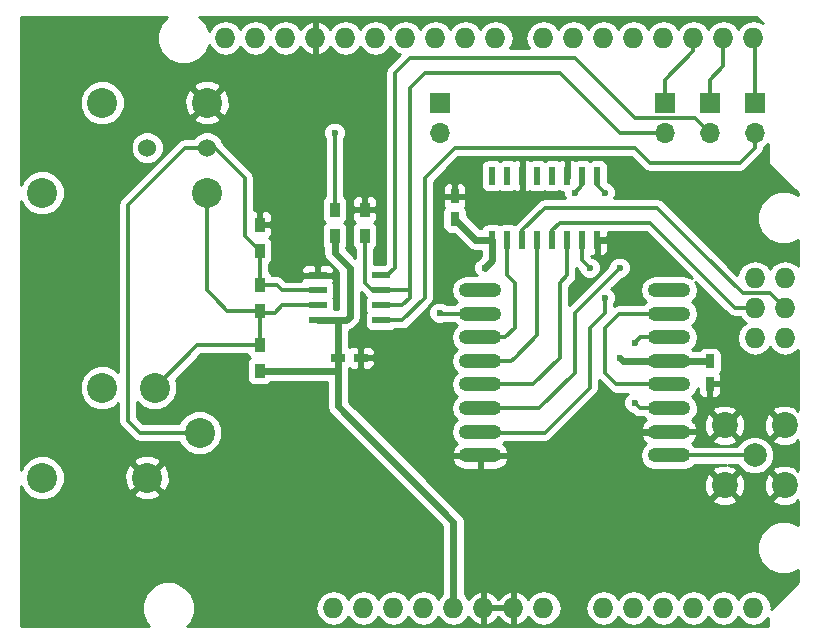
<source format=gtl>
G04 #@! TF.FileFunction,Copper,L1,Top,Signal*
%FSLAX46Y46*%
G04 Gerber Fmt 4.6, Leading zero omitted, Abs format (unit mm)*
G04 Created by KiCad (PCBNEW 4.0.7) date 05/12/18 01:40:03*
%MOMM*%
%LPD*%
G01*
G04 APERTURE LIST*
%ADD10C,0.100000*%
%ADD11C,2.540000*%
%ADD12C,1.524000*%
%ADD13R,1.700000X1.700000*%
%ADD14O,1.700000X1.700000*%
%ADD15C,2.200000*%
%ADD16C,2.000000*%
%ADD17O,3.599180X1.198880*%
%ADD18O,1.727200X1.727200*%
%ADD19R,0.750000X1.200000*%
%ADD20R,1.200000X0.750000*%
%ADD21R,0.900000X1.200000*%
%ADD22R,0.600000X1.500000*%
%ADD23R,1.550000X0.600000*%
%ADD24C,0.600000*%
%ADD25C,0.609600*%
%ADD26C,0.304800*%
%ADD27C,0.254000*%
G04 APERTURE END LIST*
D10*
D11*
X17272000Y37719000D03*
D12*
X17272000Y41529000D03*
D11*
X17272000Y45339000D03*
X3302000Y37719000D03*
X8382000Y45339000D03*
D12*
X12192000Y41529000D03*
D11*
X12192000Y13589000D03*
X16637000Y17399000D03*
X12827000Y21209000D03*
X3302000Y13589000D03*
X8382000Y21209000D03*
D13*
X56007000Y45339000D03*
D14*
X56007000Y42799000D03*
D13*
X59817000Y45339000D03*
D14*
X59817000Y42799000D03*
D13*
X63627000Y45339000D03*
D14*
X63627000Y42799000D03*
D15*
X61087000Y12954000D03*
X61087000Y18034000D03*
X66167000Y18034000D03*
X66167000Y12954000D03*
D16*
X63627000Y15494000D03*
D17*
X56385460Y15481300D03*
X56385460Y17480280D03*
X40388540Y15481300D03*
X56385460Y25478740D03*
X56385460Y27477720D03*
X56385460Y29476700D03*
X40388540Y29476700D03*
X40388540Y19479260D03*
X40388540Y21480780D03*
X56385460Y19479260D03*
X40388540Y23477220D03*
X40388540Y25478740D03*
X40388540Y17480280D03*
X40388540Y27477720D03*
X56385460Y21480780D03*
X56385460Y23477220D03*
D18*
X63665100Y25425400D03*
X66205100Y25425400D03*
X66205100Y27965400D03*
X63665100Y27965400D03*
X66205100Y30505400D03*
X50838100Y2565400D03*
X45758100Y2565400D03*
X43218100Y2565400D03*
X40678100Y2565400D03*
X38138100Y2565400D03*
X35598100Y2565400D03*
X33058100Y2565400D03*
X30518100Y2565400D03*
X63538100Y50825400D03*
X60998100Y50825400D03*
X58458100Y50825400D03*
X55918100Y50825400D03*
X53378100Y50825400D03*
X50838100Y50825400D03*
X48298100Y50825400D03*
X45758100Y50825400D03*
X26454100Y50825400D03*
X41694100Y50825400D03*
X39154100Y50825400D03*
X36614100Y50825400D03*
X18834100Y50825400D03*
X21374100Y50825400D03*
X23914100Y50825400D03*
X28994100Y50825400D03*
X31534100Y50825400D03*
X34074100Y50825400D03*
X27978100Y2565400D03*
X53378100Y2565400D03*
X55918100Y2565400D03*
X58458100Y2565400D03*
X60998100Y2565400D03*
X63538100Y2565400D03*
X63665100Y30505400D03*
D19*
X38227000Y35499000D03*
X38227000Y37399000D03*
D20*
X28387000Y23749000D03*
X30287000Y23749000D03*
D19*
X59817000Y23429000D03*
X59817000Y21529000D03*
D21*
X21717000Y35009000D03*
X21717000Y32809000D03*
X21717000Y29929000D03*
X21717000Y27729000D03*
X21717000Y24849000D03*
X21717000Y22649000D03*
D22*
X41402000Y33749000D03*
X42672000Y33749000D03*
X43942000Y33749000D03*
X45212000Y33749000D03*
X46482000Y33749000D03*
X47752000Y33749000D03*
X49022000Y33749000D03*
X50292000Y33749000D03*
X50292000Y39149000D03*
X49022000Y39149000D03*
X47752000Y39149000D03*
X46482000Y39149000D03*
X45212000Y39149000D03*
X43942000Y39149000D03*
X42672000Y39149000D03*
X41402000Y39149000D03*
D23*
X32037000Y26924000D03*
X32037000Y28194000D03*
X32037000Y29464000D03*
X32037000Y30734000D03*
X26637000Y30734000D03*
X26637000Y29464000D03*
X26637000Y28194000D03*
X26637000Y26924000D03*
D13*
X36957000Y45339000D03*
D14*
X36957000Y42799000D03*
D21*
X30607000Y34079000D03*
X30607000Y36279000D03*
X28067000Y36279000D03*
X28067000Y34079000D03*
D24*
X40767000Y31369000D03*
X52197000Y23749000D03*
X58547000Y13589000D03*
X53467000Y38989000D03*
X53467000Y33909000D03*
X50927000Y37719000D03*
X50927000Y28829000D03*
X48387000Y37719000D03*
X53467000Y19939000D03*
X53467000Y25019000D03*
X52197000Y31369000D03*
X36957000Y27559000D03*
X28067000Y42799000D03*
X49657000Y31369000D03*
D25*
X56385460Y23477220D02*
X52468780Y23477220D01*
X41402000Y32004000D02*
X41402000Y33749000D01*
X40767000Y31369000D02*
X41402000Y32004000D01*
X52468780Y23477220D02*
X52197000Y23749000D01*
X56385460Y23477220D02*
X59768780Y23477220D01*
X59768780Y23477220D02*
X59817000Y23429000D01*
X41402000Y33749000D02*
X39977000Y33749000D01*
X39977000Y33749000D02*
X38227000Y35499000D01*
X56385460Y17480280D02*
X52278280Y17480280D01*
X57277000Y12319000D02*
X58547000Y13589000D01*
X53467000Y12319000D02*
X57277000Y12319000D01*
X52197000Y13589000D02*
X53467000Y12319000D01*
X52197000Y17399000D02*
X52197000Y13589000D01*
X52278280Y17480280D02*
X52197000Y17399000D01*
X50292000Y33749000D02*
X53307000Y33749000D01*
X53467000Y38989000D02*
X52197000Y40259000D01*
X53307000Y33749000D02*
X53467000Y33909000D01*
X47752000Y39624000D02*
X47752000Y39149000D01*
X21717000Y22649000D02*
X28387000Y22649000D01*
X28387000Y22649000D02*
X28387000Y22479000D01*
X28387000Y23749000D02*
X28387000Y22479000D01*
X28387000Y22479000D02*
X28387000Y19619000D01*
X28387000Y19619000D02*
X38138100Y9867900D01*
X38138100Y6057900D02*
X38138100Y2565400D01*
X38138100Y9867900D02*
X38138100Y6057900D01*
X28387000Y23749000D02*
X28387000Y26924000D01*
X28387000Y26924000D02*
X28067000Y26924000D01*
X26637000Y26924000D02*
X28067000Y26924000D01*
X28067000Y26924000D02*
X29042000Y26924000D01*
X28067000Y32639000D02*
X29337000Y31369000D01*
X29337000Y31369000D02*
X29337000Y27219000D01*
X28067000Y32639000D02*
X28067000Y34079000D01*
X29042000Y26924000D02*
X29337000Y27219000D01*
D26*
X23622000Y28194000D02*
X22987000Y27559000D01*
X26637000Y28194000D02*
X23622000Y28194000D01*
X22987000Y27559000D02*
X21887000Y27559000D01*
X21887000Y27559000D02*
X21717000Y27729000D01*
X21717000Y27729000D02*
X19007000Y27729000D01*
X17272000Y29464000D02*
X17907000Y28829000D01*
X17272000Y29464000D02*
X17272000Y37719000D01*
X19007000Y27729000D02*
X17907000Y28829000D01*
X21717000Y27729000D02*
X21717000Y24849000D01*
X21717000Y24849000D02*
X16467000Y24849000D01*
X16467000Y24849000D02*
X12827000Y21209000D01*
X21717000Y29929000D02*
X23157000Y29929000D01*
X23622000Y29464000D02*
X23157000Y29929000D01*
X23622000Y29464000D02*
X26637000Y29464000D01*
X12827000Y17399000D02*
X11557000Y17399000D01*
X10541000Y18415000D02*
X10541000Y36703000D01*
X11557000Y17399000D02*
X10541000Y18415000D01*
X17272000Y41529000D02*
X15367000Y41529000D01*
X15367000Y41529000D02*
X10541000Y36703000D01*
X12827000Y17399000D02*
X16637000Y17399000D01*
X17272000Y41529000D02*
X17907000Y41529000D01*
X17907000Y41529000D02*
X20447000Y38989000D01*
X20447000Y38989000D02*
X20447000Y34079000D01*
X20447000Y34079000D02*
X21717000Y32809000D01*
X21717000Y32809000D02*
X21717000Y29929000D01*
X56007000Y45339000D02*
X56007000Y47244000D01*
X58458100Y49695100D02*
X58458100Y50825400D01*
X56007000Y47244000D02*
X58458100Y49695100D01*
X34417000Y41529000D02*
X34417000Y46609000D01*
X56007000Y42799000D02*
X52197000Y42799000D01*
X52197000Y42799000D02*
X47117000Y47879000D01*
X36957000Y47879000D02*
X47117000Y47879000D01*
X34417000Y41529000D02*
X34417000Y28829000D01*
X35687000Y47879000D02*
X36957000Y47879000D01*
X34417000Y46609000D02*
X35687000Y47879000D01*
X32037000Y29464000D02*
X34417000Y29464000D01*
X34417000Y29464000D02*
X34417000Y28829000D01*
X32037000Y28194000D02*
X33782000Y28194000D01*
X33782000Y28194000D02*
X34417000Y28829000D01*
X32037000Y29464000D02*
X31242000Y29464000D01*
X30607000Y30099000D02*
X30607000Y34079000D01*
X31242000Y29464000D02*
X30607000Y30099000D01*
X59817000Y45339000D02*
X59817000Y47244000D01*
X60998100Y48425100D02*
X60998100Y50825400D01*
X59817000Y47244000D02*
X60998100Y48425100D01*
X32037000Y30734000D02*
X32512000Y30734000D01*
X32512000Y30734000D02*
X33147000Y31369000D01*
X33147000Y31369000D02*
X33147000Y47879000D01*
X33147000Y47879000D02*
X34417000Y49149000D01*
X35687000Y49149000D02*
X48387000Y49149000D01*
X54737000Y44069000D02*
X53467000Y44069000D01*
X53467000Y44069000D02*
X49657000Y47879000D01*
X58547000Y44069000D02*
X54737000Y44069000D01*
X58547000Y44069000D02*
X59817000Y42799000D01*
X49657000Y47879000D02*
X48387000Y49149000D01*
X35687000Y49149000D02*
X34417000Y49149000D01*
X63627000Y45339000D02*
X63627000Y50736500D01*
X63627000Y50736500D02*
X63538100Y50825400D01*
X63538100Y45427900D02*
X63627000Y45339000D01*
X63627000Y41529000D02*
X63627000Y42799000D01*
X32037000Y26924000D02*
X33782000Y26924000D01*
X35687000Y28829000D02*
X33782000Y26924000D01*
X35687000Y38989000D02*
X36957000Y40259000D01*
X36957000Y40259000D02*
X38227000Y41529000D01*
X38227000Y41529000D02*
X53467000Y41529000D01*
X53467000Y41529000D02*
X54737000Y40259000D01*
X54737000Y40259000D02*
X62357000Y40259000D01*
X63627000Y41529000D02*
X62357000Y40259000D01*
X35687000Y38989000D02*
X35687000Y28829000D01*
X56385460Y15481300D02*
X63614300Y15481300D01*
X63614300Y15481300D02*
X63627000Y15494000D01*
X50292000Y39149000D02*
X50292000Y38354000D01*
X50292000Y38354000D02*
X50927000Y37719000D01*
X50927000Y37719000D02*
X50927000Y37719000D01*
X42672000Y33749000D02*
X42672000Y30734000D01*
X42496740Y25478740D02*
X43307000Y26289000D01*
X43307000Y26289000D02*
X43307000Y30099000D01*
X42496740Y25478740D02*
X40388540Y25478740D01*
X42672000Y30734000D02*
X43307000Y30099000D01*
X40469820Y17399000D02*
X45847000Y17399000D01*
X49657000Y26289000D02*
X50927000Y27559000D01*
X50927000Y27559000D02*
X50927000Y28829000D01*
X45847000Y17399000D02*
X49657000Y21209000D01*
X49657000Y21209000D02*
X49657000Y26289000D01*
X40469820Y17399000D02*
X40388540Y17480280D01*
X49022000Y39149000D02*
X49022000Y38354000D01*
X49022000Y38354000D02*
X48387000Y37719000D01*
X48387000Y37719000D02*
X48387000Y37719000D01*
X66205100Y27965400D02*
X64960500Y29210000D01*
X62611000Y29210000D02*
X59182000Y32639000D01*
X64960500Y29210000D02*
X62611000Y29210000D01*
X43942000Y33749000D02*
X43942000Y34544000D01*
X55372000Y36449000D02*
X59182000Y32639000D01*
X45847000Y36449000D02*
X55372000Y36449000D01*
X43942000Y34544000D02*
X45847000Y36449000D01*
X40388540Y23477220D02*
X43035220Y23477220D01*
X45212000Y25654000D02*
X43307000Y23749000D01*
X45212000Y25654000D02*
X45212000Y33749000D01*
X43035220Y23477220D02*
X43307000Y23749000D01*
X63665100Y27965400D02*
X61950600Y27965400D01*
X61950600Y27965400D02*
X60452000Y29464000D01*
X54737000Y35179000D02*
X58547000Y31369000D01*
X47117000Y35179000D02*
X54737000Y35179000D01*
X46482000Y34544000D02*
X47117000Y35179000D01*
X46482000Y33749000D02*
X46482000Y34544000D01*
X60452000Y29464000D02*
X58547000Y31369000D01*
X47752000Y33749000D02*
X47752000Y30734000D01*
X47117000Y30099000D02*
X47117000Y23749000D01*
X47752000Y30734000D02*
X47117000Y30099000D01*
X44848780Y21480780D02*
X47117000Y23749000D01*
X44848780Y21480780D02*
X40388540Y21480780D01*
X53926740Y19479260D02*
X53467000Y19939000D01*
X53467000Y25019000D02*
X53926740Y25478740D01*
X56385460Y25478740D02*
X53926740Y25478740D01*
X53926740Y19479260D02*
X56385460Y19479260D01*
X53467000Y21480780D02*
X51925220Y21480780D01*
X52115720Y27477720D02*
X50927000Y26289000D01*
X50927000Y26289000D02*
X50927000Y23749000D01*
X52115720Y27477720D02*
X53467000Y27477720D01*
X50927000Y22479000D02*
X50927000Y23749000D01*
X51925220Y21480780D02*
X50927000Y22479000D01*
X56385460Y27477720D02*
X53467000Y27477720D01*
X53467000Y27477720D02*
X53385720Y27477720D01*
X53195220Y21480780D02*
X53467000Y21480780D01*
X53467000Y21480780D02*
X56385460Y21480780D01*
X40388540Y19479260D02*
X45387260Y19479260D01*
X48387000Y22479000D02*
X48387000Y27559000D01*
X48387000Y27559000D02*
X52197000Y31369000D01*
X45387260Y19479260D02*
X48387000Y22479000D01*
X37038280Y27477720D02*
X36957000Y27559000D01*
X40388540Y27477720D02*
X37038280Y27477720D01*
X49657000Y31369000D02*
X49022000Y32004000D01*
X28067000Y42799000D02*
X28067000Y36279000D01*
X49022000Y32004000D02*
X49022000Y33749000D01*
D27*
G36*
X13384464Y52093079D02*
X13043489Y51271919D01*
X13042713Y50382781D01*
X13382255Y49561028D01*
X14010421Y48931764D01*
X14831581Y48590789D01*
X15720719Y48590013D01*
X16542472Y48929555D01*
X17171736Y49557721D01*
X17444745Y50215200D01*
X17745071Y49765730D01*
X18231252Y49440874D01*
X18804741Y49326800D01*
X18863459Y49326800D01*
X19436948Y49440874D01*
X19923129Y49765730D01*
X20104100Y50036572D01*
X20285071Y49765730D01*
X20771252Y49440874D01*
X21344741Y49326800D01*
X21403459Y49326800D01*
X21976948Y49440874D01*
X22463129Y49765730D01*
X22644100Y50036572D01*
X22825071Y49765730D01*
X23311252Y49440874D01*
X23884741Y49326800D01*
X23943459Y49326800D01*
X24516948Y49440874D01*
X25003129Y49765730D01*
X25184092Y50036561D01*
X25565610Y49618579D01*
X26095073Y49370432D01*
X26327100Y49490931D01*
X26327100Y50698400D01*
X26307100Y50698400D01*
X26307100Y50952400D01*
X26327100Y50952400D01*
X26327100Y52159869D01*
X26095073Y52280368D01*
X25565610Y52032221D01*
X25184092Y51614239D01*
X25003129Y51885070D01*
X24516948Y52209926D01*
X23943459Y52324000D01*
X23884741Y52324000D01*
X23311252Y52209926D01*
X22825071Y51885070D01*
X22644100Y51614228D01*
X22463129Y51885070D01*
X21976948Y52209926D01*
X21403459Y52324000D01*
X21344741Y52324000D01*
X20771252Y52209926D01*
X20285071Y51885070D01*
X20104100Y51614228D01*
X19923129Y51885070D01*
X19436948Y52209926D01*
X18863459Y52324000D01*
X18804741Y52324000D01*
X18231252Y52209926D01*
X17745071Y51885070D01*
X17444435Y51435137D01*
X17173945Y52089772D01*
X16634660Y52630000D01*
X63776394Y52630000D01*
X64308267Y52098127D01*
X64140948Y52209926D01*
X63567459Y52324000D01*
X63508741Y52324000D01*
X62935252Y52209926D01*
X62449071Y51885070D01*
X62268100Y51614228D01*
X62087129Y51885070D01*
X61600948Y52209926D01*
X61027459Y52324000D01*
X60968741Y52324000D01*
X60395252Y52209926D01*
X59909071Y51885070D01*
X59728100Y51614228D01*
X59547129Y51885070D01*
X59060948Y52209926D01*
X58487459Y52324000D01*
X58428741Y52324000D01*
X57855252Y52209926D01*
X57369071Y51885070D01*
X57188100Y51614228D01*
X57007129Y51885070D01*
X56520948Y52209926D01*
X55947459Y52324000D01*
X55888741Y52324000D01*
X55315252Y52209926D01*
X54829071Y51885070D01*
X54648100Y51614228D01*
X54467129Y51885070D01*
X53980948Y52209926D01*
X53407459Y52324000D01*
X53348741Y52324000D01*
X52775252Y52209926D01*
X52289071Y51885070D01*
X52108100Y51614228D01*
X51927129Y51885070D01*
X51440948Y52209926D01*
X50867459Y52324000D01*
X50808741Y52324000D01*
X50235252Y52209926D01*
X49749071Y51885070D01*
X49568100Y51614228D01*
X49387129Y51885070D01*
X48900948Y52209926D01*
X48327459Y52324000D01*
X48268741Y52324000D01*
X47695252Y52209926D01*
X47209071Y51885070D01*
X47028100Y51614228D01*
X46847129Y51885070D01*
X46360948Y52209926D01*
X45787459Y52324000D01*
X45728741Y52324000D01*
X45155252Y52209926D01*
X44669071Y51885070D01*
X44344215Y51398889D01*
X44230141Y50825400D01*
X44344215Y50251911D01*
X44555033Y49936400D01*
X42897167Y49936400D01*
X43107985Y50251911D01*
X43222059Y50825400D01*
X43107985Y51398889D01*
X42783129Y51885070D01*
X42296948Y52209926D01*
X41723459Y52324000D01*
X41664741Y52324000D01*
X41091252Y52209926D01*
X40605071Y51885070D01*
X40424100Y51614228D01*
X40243129Y51885070D01*
X39756948Y52209926D01*
X39183459Y52324000D01*
X39124741Y52324000D01*
X38551252Y52209926D01*
X38065071Y51885070D01*
X37884100Y51614228D01*
X37703129Y51885070D01*
X37216948Y52209926D01*
X36643459Y52324000D01*
X36584741Y52324000D01*
X36011252Y52209926D01*
X35525071Y51885070D01*
X35344100Y51614228D01*
X35163129Y51885070D01*
X34676948Y52209926D01*
X34103459Y52324000D01*
X34044741Y52324000D01*
X33471252Y52209926D01*
X32985071Y51885070D01*
X32804100Y51614228D01*
X32623129Y51885070D01*
X32136948Y52209926D01*
X31563459Y52324000D01*
X31504741Y52324000D01*
X30931252Y52209926D01*
X30445071Y51885070D01*
X30264100Y51614228D01*
X30083129Y51885070D01*
X29596948Y52209926D01*
X29023459Y52324000D01*
X28964741Y52324000D01*
X28391252Y52209926D01*
X27905071Y51885070D01*
X27724108Y51614239D01*
X27342590Y52032221D01*
X26813127Y52280368D01*
X26581100Y52159869D01*
X26581100Y50952400D01*
X26601100Y50952400D01*
X26601100Y50698400D01*
X26581100Y50698400D01*
X26581100Y49490931D01*
X26813127Y49370432D01*
X27342590Y49618579D01*
X27724108Y50036561D01*
X27905071Y49765730D01*
X28391252Y49440874D01*
X28964741Y49326800D01*
X29023459Y49326800D01*
X29596948Y49440874D01*
X30083129Y49765730D01*
X30264100Y50036572D01*
X30445071Y49765730D01*
X30931252Y49440874D01*
X31504741Y49326800D01*
X31563459Y49326800D01*
X32136948Y49440874D01*
X32623129Y49765730D01*
X32804100Y50036572D01*
X32985071Y49765730D01*
X33471252Y49440874D01*
X33574737Y49420289D01*
X32590224Y48435776D01*
X32419537Y48180325D01*
X32359600Y47879000D01*
X32359600Y31695152D01*
X32345888Y31681440D01*
X31394400Y31681440D01*
X31394400Y32941527D01*
X31508441Y33014910D01*
X31653431Y33227110D01*
X31704440Y33479000D01*
X31704440Y34679000D01*
X31660162Y34914317D01*
X31521090Y35130441D01*
X31452994Y35176969D01*
X31595327Y35319302D01*
X31692000Y35552691D01*
X31692000Y35993250D01*
X31533250Y36152000D01*
X30734000Y36152000D01*
X30734000Y36132000D01*
X30480000Y36132000D01*
X30480000Y36152000D01*
X29680750Y36152000D01*
X29522000Y35993250D01*
X29522000Y35552691D01*
X29618673Y35319302D01*
X29759910Y35178064D01*
X29705559Y35143090D01*
X29560569Y34930890D01*
X29509560Y34679000D01*
X29509560Y33479000D01*
X29553838Y33243683D01*
X29692910Y33027559D01*
X29819600Y32940995D01*
X29819600Y32215478D01*
X29006800Y33028278D01*
X29006800Y33071050D01*
X29113431Y33227110D01*
X29164440Y33479000D01*
X29164440Y34679000D01*
X29120162Y34914317D01*
X28981090Y35130441D01*
X28911289Y35178134D01*
X28968441Y35214910D01*
X29113431Y35427110D01*
X29164440Y35679000D01*
X29164440Y36879000D01*
X29140674Y37005309D01*
X29522000Y37005309D01*
X29522000Y36564750D01*
X29680750Y36406000D01*
X30480000Y36406000D01*
X30480000Y37355250D01*
X30734000Y37355250D01*
X30734000Y36406000D01*
X31533250Y36406000D01*
X31692000Y36564750D01*
X31692000Y37005309D01*
X31595327Y37238698D01*
X31416699Y37417327D01*
X31183310Y37514000D01*
X30892750Y37514000D01*
X30734000Y37355250D01*
X30480000Y37355250D01*
X30321250Y37514000D01*
X30030690Y37514000D01*
X29797301Y37417327D01*
X29618673Y37238698D01*
X29522000Y37005309D01*
X29140674Y37005309D01*
X29120162Y37114317D01*
X28981090Y37330441D01*
X28854400Y37417005D01*
X28854400Y42263889D01*
X28859192Y42268673D01*
X29001838Y42612201D01*
X29002162Y42984167D01*
X28860117Y43327943D01*
X28597327Y43591192D01*
X28253799Y43733838D01*
X27881833Y43734162D01*
X27538057Y43592117D01*
X27274808Y43329327D01*
X27132162Y42985799D01*
X27131838Y42613833D01*
X27273883Y42270057D01*
X27279600Y42264330D01*
X27279600Y37416473D01*
X27165559Y37343090D01*
X27020569Y37130890D01*
X26969560Y36879000D01*
X26969560Y35679000D01*
X27013838Y35443683D01*
X27152910Y35227559D01*
X27222711Y35179866D01*
X27165559Y35143090D01*
X27020569Y34930890D01*
X26969560Y34679000D01*
X26969560Y33479000D01*
X27013838Y33243683D01*
X27127200Y33067513D01*
X27127200Y32639000D01*
X27198738Y32279354D01*
X27402461Y31974461D01*
X28397200Y30979722D01*
X28397200Y27863800D01*
X28053324Y27863800D01*
X28059440Y27894000D01*
X28059440Y28494000D01*
X28015162Y28729317D01*
X27951322Y28828528D01*
X28008431Y28912110D01*
X28059440Y29164000D01*
X28059440Y29764000D01*
X28015162Y29999317D01*
X27956822Y30089980D01*
X28047000Y30307690D01*
X28047000Y30448250D01*
X27888250Y30607000D01*
X26764000Y30607000D01*
X26764000Y30587000D01*
X26510000Y30587000D01*
X26510000Y30607000D01*
X25385750Y30607000D01*
X25227000Y30448250D01*
X25227000Y30307690D01*
X25250316Y30251400D01*
X23948152Y30251400D01*
X23713776Y30485776D01*
X23458325Y30656463D01*
X23157000Y30716400D01*
X22779178Y30716400D01*
X22770162Y30764317D01*
X22631090Y30980441D01*
X22504400Y31067005D01*
X22504400Y31160310D01*
X25227000Y31160310D01*
X25227000Y31019750D01*
X25385750Y30861000D01*
X26510000Y30861000D01*
X26510000Y31510250D01*
X26764000Y31510250D01*
X26764000Y30861000D01*
X27888250Y30861000D01*
X28047000Y31019750D01*
X28047000Y31160310D01*
X27950327Y31393699D01*
X27771698Y31572327D01*
X27538309Y31669000D01*
X26922750Y31669000D01*
X26764000Y31510250D01*
X26510000Y31510250D01*
X26351250Y31669000D01*
X25735691Y31669000D01*
X25502302Y31572327D01*
X25323673Y31393699D01*
X25227000Y31160310D01*
X22504400Y31160310D01*
X22504400Y31671527D01*
X22618441Y31744910D01*
X22763431Y31957110D01*
X22814440Y32209000D01*
X22814440Y33409000D01*
X22770162Y33644317D01*
X22631090Y33860441D01*
X22562994Y33906969D01*
X22705327Y34049302D01*
X22802000Y34282691D01*
X22802000Y34723250D01*
X22643250Y34882000D01*
X21844000Y34882000D01*
X21844000Y34862000D01*
X21590000Y34862000D01*
X21590000Y34882000D01*
X21570000Y34882000D01*
X21570000Y35136000D01*
X21590000Y35136000D01*
X21590000Y36085250D01*
X21844000Y36085250D01*
X21844000Y35136000D01*
X22643250Y35136000D01*
X22802000Y35294750D01*
X22802000Y35735309D01*
X22705327Y35968698D01*
X22526699Y36147327D01*
X22293310Y36244000D01*
X22002750Y36244000D01*
X21844000Y36085250D01*
X21590000Y36085250D01*
X21431250Y36244000D01*
X21234400Y36244000D01*
X21234400Y38989000D01*
X21174463Y39290325D01*
X21003776Y39545776D01*
X18616679Y41932873D01*
X18457010Y42319303D01*
X18064370Y42712629D01*
X17551100Y42925757D01*
X16995339Y42926242D01*
X16481697Y42714010D01*
X16088371Y42321370D01*
X16086307Y42316400D01*
X15367000Y42316400D01*
X15065675Y42256463D01*
X14810224Y42085776D01*
X9984224Y37259776D01*
X9813537Y37004325D01*
X9753600Y36703000D01*
X9753600Y22531435D01*
X9462505Y22823039D01*
X8762590Y23113668D01*
X8004735Y23114330D01*
X7304314Y22824922D01*
X6767961Y22289505D01*
X6477332Y21589590D01*
X6476670Y20831735D01*
X6766078Y20131314D01*
X7301495Y19594961D01*
X8001410Y19304332D01*
X8759265Y19303670D01*
X9459686Y19593078D01*
X9753600Y19886479D01*
X9753600Y18415000D01*
X9813537Y18113675D01*
X9984224Y17858224D01*
X11000224Y16842224D01*
X11255675Y16671537D01*
X11557000Y16611600D01*
X14901134Y16611600D01*
X15021078Y16321314D01*
X15556495Y15784961D01*
X16256410Y15494332D01*
X17014265Y15493670D01*
X17714686Y15783078D01*
X18251039Y16318495D01*
X18541668Y17018410D01*
X18542330Y17776265D01*
X18252922Y18476686D01*
X17717505Y19013039D01*
X17017590Y19303668D01*
X16259735Y19304330D01*
X15559314Y19014922D01*
X15022961Y18479505D01*
X14901254Y18186400D01*
X11883152Y18186400D01*
X11328400Y18741152D01*
X11328400Y20013787D01*
X11746495Y19594961D01*
X12446410Y19304332D01*
X13204265Y19303670D01*
X13904686Y19593078D01*
X14441039Y20128495D01*
X14731668Y20828410D01*
X14732330Y21586265D01*
X14611134Y21879582D01*
X16793152Y24061600D01*
X20654822Y24061600D01*
X20663838Y24013683D01*
X20802910Y23797559D01*
X20872711Y23749866D01*
X20815559Y23713090D01*
X20670569Y23500890D01*
X20619560Y23249000D01*
X20619560Y22049000D01*
X20663838Y21813683D01*
X20802910Y21597559D01*
X21015110Y21452569D01*
X21267000Y21401560D01*
X22167000Y21401560D01*
X22402317Y21445838D01*
X22618441Y21584910D01*
X22703365Y21709200D01*
X27447200Y21709200D01*
X27447200Y19619000D01*
X27518738Y19259354D01*
X27722461Y18954461D01*
X37198300Y9478622D01*
X37198300Y3724782D01*
X37049071Y3625070D01*
X36868100Y3354228D01*
X36687129Y3625070D01*
X36200948Y3949926D01*
X35627459Y4064000D01*
X35568741Y4064000D01*
X34995252Y3949926D01*
X34509071Y3625070D01*
X34328100Y3354228D01*
X34147129Y3625070D01*
X33660948Y3949926D01*
X33087459Y4064000D01*
X33028741Y4064000D01*
X32455252Y3949926D01*
X31969071Y3625070D01*
X31788100Y3354228D01*
X31607129Y3625070D01*
X31120948Y3949926D01*
X30547459Y4064000D01*
X30488741Y4064000D01*
X29915252Y3949926D01*
X29429071Y3625070D01*
X29248100Y3354228D01*
X29067129Y3625070D01*
X28580948Y3949926D01*
X28007459Y4064000D01*
X27948741Y4064000D01*
X27375252Y3949926D01*
X26889071Y3625070D01*
X26564215Y3138889D01*
X26450141Y2565400D01*
X26564215Y1991911D01*
X26889071Y1505730D01*
X27375252Y1180874D01*
X27948741Y1066800D01*
X28007459Y1066800D01*
X28580948Y1180874D01*
X29067129Y1505730D01*
X29248100Y1776572D01*
X29429071Y1505730D01*
X29915252Y1180874D01*
X30488741Y1066800D01*
X30547459Y1066800D01*
X31120948Y1180874D01*
X31607129Y1505730D01*
X31788100Y1776572D01*
X31969071Y1505730D01*
X32455252Y1180874D01*
X33028741Y1066800D01*
X33087459Y1066800D01*
X33660948Y1180874D01*
X34147129Y1505730D01*
X34328100Y1776572D01*
X34509071Y1505730D01*
X34995252Y1180874D01*
X35568741Y1066800D01*
X35627459Y1066800D01*
X36200948Y1180874D01*
X36687129Y1505730D01*
X36868100Y1776572D01*
X37049071Y1505730D01*
X37535252Y1180874D01*
X38108741Y1066800D01*
X38167459Y1066800D01*
X38740948Y1180874D01*
X39227129Y1505730D01*
X39408092Y1776561D01*
X39789610Y1358579D01*
X40319073Y1110432D01*
X40551100Y1230931D01*
X40551100Y2438400D01*
X40805100Y2438400D01*
X40805100Y1230931D01*
X41037127Y1110432D01*
X41566590Y1358579D01*
X41948100Y1776552D01*
X42329610Y1358579D01*
X42859073Y1110432D01*
X43091100Y1230931D01*
X43091100Y2438400D01*
X40805100Y2438400D01*
X40551100Y2438400D01*
X40531100Y2438400D01*
X40531100Y2692400D01*
X40551100Y2692400D01*
X40551100Y3899869D01*
X40805100Y3899869D01*
X40805100Y2692400D01*
X43091100Y2692400D01*
X43091100Y3899869D01*
X43345100Y3899869D01*
X43345100Y2692400D01*
X43365100Y2692400D01*
X43365100Y2438400D01*
X43345100Y2438400D01*
X43345100Y1230931D01*
X43577127Y1110432D01*
X44106590Y1358579D01*
X44488108Y1776561D01*
X44669071Y1505730D01*
X45155252Y1180874D01*
X45728741Y1066800D01*
X45787459Y1066800D01*
X46360948Y1180874D01*
X46847129Y1505730D01*
X47171985Y1991911D01*
X47286059Y2565400D01*
X47171985Y3138889D01*
X46847129Y3625070D01*
X46360948Y3949926D01*
X45787459Y4064000D01*
X45728741Y4064000D01*
X45155252Y3949926D01*
X44669071Y3625070D01*
X44488108Y3354239D01*
X44106590Y3772221D01*
X43577127Y4020368D01*
X43345100Y3899869D01*
X43091100Y3899869D01*
X42859073Y4020368D01*
X42329610Y3772221D01*
X41948100Y3354248D01*
X41566590Y3772221D01*
X41037127Y4020368D01*
X40805100Y3899869D01*
X40551100Y3899869D01*
X40319073Y4020368D01*
X39789610Y3772221D01*
X39408092Y3354239D01*
X39227129Y3625070D01*
X39077900Y3724782D01*
X39077900Y9867900D01*
X39006362Y10227546D01*
X38802639Y10532439D01*
X37605946Y11729132D01*
X60041737Y11729132D01*
X60152641Y11451901D01*
X60798593Y11208677D01*
X61488453Y11231164D01*
X62021359Y11451901D01*
X62132263Y11729132D01*
X61087000Y12774395D01*
X60041737Y11729132D01*
X37605946Y11729132D01*
X36092671Y13242407D01*
X59341677Y13242407D01*
X59364164Y12552547D01*
X59584901Y12019641D01*
X59862132Y11908737D01*
X60907395Y12954000D01*
X61266605Y12954000D01*
X62311868Y11908737D01*
X62589099Y12019641D01*
X62832323Y12665593D01*
X62813521Y13242407D01*
X64421677Y13242407D01*
X64444164Y12552547D01*
X64664901Y12019641D01*
X64942132Y11908737D01*
X65987395Y12954000D01*
X64942132Y13999263D01*
X64664901Y13888359D01*
X64421677Y13242407D01*
X62813521Y13242407D01*
X62809836Y13355453D01*
X62589099Y13888359D01*
X62311868Y13999263D01*
X61266605Y12954000D01*
X60907395Y12954000D01*
X59862132Y13999263D01*
X59584901Y13888359D01*
X59341677Y13242407D01*
X36092671Y13242407D01*
X34171299Y15163779D01*
X37995485Y15163779D01*
X37999316Y15126233D01*
X38225707Y14698222D01*
X38598658Y14389427D01*
X39061390Y14246860D01*
X40261540Y14246860D01*
X40261540Y15354300D01*
X40515540Y15354300D01*
X40515540Y14246860D01*
X41715690Y14246860D01*
X42178422Y14389427D01*
X42551373Y14698222D01*
X42777764Y15126233D01*
X42781595Y15163779D01*
X42656857Y15354300D01*
X40515540Y15354300D01*
X40261540Y15354300D01*
X38120223Y15354300D01*
X37995485Y15163779D01*
X34171299Y15163779D01*
X33853778Y15481300D01*
X53903174Y15481300D01*
X53997140Y15008900D01*
X54264733Y14608419D01*
X54665214Y14340826D01*
X55137614Y14246860D01*
X57633306Y14246860D01*
X58105706Y14340826D01*
X58506187Y14608419D01*
X58563304Y14693900D01*
X61209039Y14693900D01*
X60685547Y14676836D01*
X60152641Y14456099D01*
X60041737Y14178868D01*
X61087000Y13133605D01*
X62132263Y14178868D01*
X62021359Y14456099D01*
X61389809Y14693900D01*
X62188522Y14693900D01*
X62240106Y14569057D01*
X62699637Y14108722D01*
X63300352Y13859284D01*
X63950795Y13858716D01*
X64551943Y14107106D01*
X65012278Y14566637D01*
X65261716Y15167352D01*
X65262284Y15817795D01*
X65013894Y16418943D01*
X64554363Y16879278D01*
X63953648Y17128716D01*
X63303205Y17129284D01*
X62702057Y16880894D01*
X62241722Y16421363D01*
X62178331Y16268700D01*
X58563304Y16268700D01*
X58506187Y16354181D01*
X58300220Y16491804D01*
X58548293Y16697202D01*
X58607496Y16809132D01*
X60041737Y16809132D01*
X60152641Y16531901D01*
X60798593Y16288677D01*
X61488453Y16311164D01*
X62021359Y16531901D01*
X62132263Y16809132D01*
X61087000Y17854395D01*
X60041737Y16809132D01*
X58607496Y16809132D01*
X58774684Y17125213D01*
X58778515Y17162759D01*
X58653777Y17353280D01*
X56512460Y17353280D01*
X56512460Y17333280D01*
X56258460Y17333280D01*
X56258460Y17353280D01*
X54117143Y17353280D01*
X53992405Y17162759D01*
X53996236Y17125213D01*
X54222627Y16697202D01*
X54470700Y16491804D01*
X54264733Y16354181D01*
X53997140Y15953700D01*
X53903174Y15481300D01*
X33853778Y15481300D01*
X29326800Y20008278D01*
X29326800Y22836175D01*
X29327302Y22835673D01*
X29560691Y22739000D01*
X30001250Y22739000D01*
X30160000Y22897750D01*
X30160000Y23622000D01*
X30414000Y23622000D01*
X30414000Y22897750D01*
X30572750Y22739000D01*
X31013309Y22739000D01*
X31246698Y22835673D01*
X31425327Y23014301D01*
X31522000Y23247690D01*
X31522000Y23463250D01*
X31363250Y23622000D01*
X30414000Y23622000D01*
X30160000Y23622000D01*
X30140000Y23622000D01*
X30140000Y23876000D01*
X30160000Y23876000D01*
X30160000Y24600250D01*
X30414000Y24600250D01*
X30414000Y23876000D01*
X31363250Y23876000D01*
X31522000Y24034750D01*
X31522000Y24250310D01*
X31425327Y24483699D01*
X31246698Y24662327D01*
X31013309Y24759000D01*
X30572750Y24759000D01*
X30414000Y24600250D01*
X30160000Y24600250D01*
X30001250Y24759000D01*
X29560691Y24759000D01*
X29327302Y24662327D01*
X29326800Y24661825D01*
X29326800Y26040850D01*
X29401646Y26055738D01*
X29706539Y26259461D01*
X30001539Y26554461D01*
X30205262Y26859354D01*
X30276800Y27219000D01*
X30276800Y29315648D01*
X30657696Y28934752D01*
X30658838Y28928683D01*
X30722678Y28829472D01*
X30665569Y28745890D01*
X30614560Y28494000D01*
X30614560Y27894000D01*
X30658838Y27658683D01*
X30722678Y27559472D01*
X30665569Y27475890D01*
X30614560Y27224000D01*
X30614560Y26624000D01*
X30658838Y26388683D01*
X30797910Y26172559D01*
X31010110Y26027569D01*
X31262000Y25976560D01*
X32812000Y25976560D01*
X33047317Y26020838D01*
X33227216Y26136600D01*
X33782000Y26136600D01*
X34083325Y26196537D01*
X34338776Y26367224D01*
X36243776Y28272224D01*
X36414463Y28527675D01*
X36474400Y28829000D01*
X36474400Y38125309D01*
X37217000Y38125309D01*
X37217000Y37684750D01*
X37375750Y37526000D01*
X38100000Y37526000D01*
X38100000Y38475250D01*
X38354000Y38475250D01*
X38354000Y37526000D01*
X39078250Y37526000D01*
X39237000Y37684750D01*
X39237000Y38125309D01*
X39140327Y38358698D01*
X38961699Y38537327D01*
X38728310Y38634000D01*
X38512750Y38634000D01*
X38354000Y38475250D01*
X38100000Y38475250D01*
X37941250Y38634000D01*
X37725690Y38634000D01*
X37492301Y38537327D01*
X37313673Y38358698D01*
X37217000Y38125309D01*
X36474400Y38125309D01*
X36474400Y38662848D01*
X37710552Y39899000D01*
X40454560Y39899000D01*
X40454560Y38399000D01*
X40498838Y38163683D01*
X40637910Y37947559D01*
X40850110Y37802569D01*
X41102000Y37751560D01*
X41702000Y37751560D01*
X41937317Y37795838D01*
X42036528Y37859678D01*
X42120110Y37802569D01*
X42372000Y37751560D01*
X42972000Y37751560D01*
X43207317Y37795838D01*
X43297980Y37854178D01*
X43515690Y37764000D01*
X43656250Y37764000D01*
X43815000Y37922750D01*
X43815000Y39022000D01*
X43795000Y39022000D01*
X43795000Y39276000D01*
X43815000Y39276000D01*
X43815000Y40375250D01*
X43656250Y40534000D01*
X43515690Y40534000D01*
X43298878Y40444194D01*
X43223890Y40495431D01*
X42972000Y40546440D01*
X42372000Y40546440D01*
X42136683Y40502162D01*
X42037472Y40438322D01*
X41953890Y40495431D01*
X41702000Y40546440D01*
X41102000Y40546440D01*
X40866683Y40502162D01*
X40650559Y40363090D01*
X40505569Y40150890D01*
X40454560Y39899000D01*
X37710552Y39899000D01*
X38553152Y40741600D01*
X53140848Y40741600D01*
X54180224Y39702224D01*
X54435675Y39531537D01*
X54737000Y39471600D01*
X62357000Y39471600D01*
X62658325Y39531537D01*
X62913776Y39702224D01*
X64183776Y40972224D01*
X64354463Y41227675D01*
X64414400Y41529000D01*
X64414400Y41554007D01*
X64706147Y41748946D01*
X64770000Y41844509D01*
X64770000Y40259000D01*
X64780006Y40209590D01*
X64807197Y40169197D01*
X67310000Y37666394D01*
X67310000Y37493893D01*
X66524619Y37820011D01*
X65635481Y37820787D01*
X64813728Y37481245D01*
X64184464Y36853079D01*
X63843489Y36031919D01*
X63842713Y35142781D01*
X64182255Y34321028D01*
X64810421Y33691764D01*
X65631581Y33350789D01*
X66520719Y33350013D01*
X67310000Y33676138D01*
X67310000Y31541317D01*
X67294129Y31565070D01*
X66807948Y31889926D01*
X66234459Y32004000D01*
X66175741Y32004000D01*
X65602252Y31889926D01*
X65116071Y31565070D01*
X64935100Y31294228D01*
X64754129Y31565070D01*
X64267948Y31889926D01*
X63694459Y32004000D01*
X63635741Y32004000D01*
X63062252Y31889926D01*
X62576071Y31565070D01*
X62251215Y31078889D01*
X62185589Y30748963D01*
X55928776Y37005776D01*
X55673325Y37176463D01*
X55372000Y37236400D01*
X51739010Y37236400D01*
X51861838Y37532201D01*
X51862162Y37904167D01*
X51720117Y38247943D01*
X51457327Y38511192D01*
X51239440Y38601667D01*
X51239440Y39899000D01*
X51195162Y40134317D01*
X51056090Y40350441D01*
X50843890Y40495431D01*
X50592000Y40546440D01*
X49992000Y40546440D01*
X49756683Y40502162D01*
X49657472Y40438322D01*
X49573890Y40495431D01*
X49322000Y40546440D01*
X48722000Y40546440D01*
X48486683Y40502162D01*
X48396020Y40443822D01*
X48178310Y40534000D01*
X48037750Y40534000D01*
X47879000Y40375250D01*
X47879000Y39276000D01*
X47899000Y39276000D01*
X47899000Y39022000D01*
X47879000Y39022000D01*
X47879000Y39002000D01*
X47625000Y39002000D01*
X47625000Y39022000D01*
X47605000Y39022000D01*
X47605000Y39276000D01*
X47625000Y39276000D01*
X47625000Y40375250D01*
X47466250Y40534000D01*
X47325690Y40534000D01*
X47108878Y40444194D01*
X47033890Y40495431D01*
X46782000Y40546440D01*
X46182000Y40546440D01*
X45946683Y40502162D01*
X45847472Y40438322D01*
X45763890Y40495431D01*
X45512000Y40546440D01*
X44912000Y40546440D01*
X44676683Y40502162D01*
X44586020Y40443822D01*
X44368310Y40534000D01*
X44227750Y40534000D01*
X44069000Y40375250D01*
X44069000Y39276000D01*
X44089000Y39276000D01*
X44089000Y39022000D01*
X44069000Y39022000D01*
X44069000Y37922750D01*
X44227750Y37764000D01*
X44368310Y37764000D01*
X44585122Y37853806D01*
X44660110Y37802569D01*
X44912000Y37751560D01*
X45512000Y37751560D01*
X45747317Y37795838D01*
X45846528Y37859678D01*
X45930110Y37802569D01*
X46182000Y37751560D01*
X46782000Y37751560D01*
X47017317Y37795838D01*
X47107980Y37854178D01*
X47325690Y37764000D01*
X47452038Y37764000D01*
X47451838Y37533833D01*
X47574735Y37236400D01*
X45847000Y37236400D01*
X45545675Y37176463D01*
X45290224Y37005776D01*
X43385224Y35100776D01*
X43370663Y35078984D01*
X43307472Y35038322D01*
X43223890Y35095431D01*
X42972000Y35146440D01*
X42372000Y35146440D01*
X42136683Y35102162D01*
X42037472Y35038322D01*
X41953890Y35095431D01*
X41702000Y35146440D01*
X41102000Y35146440D01*
X40866683Y35102162D01*
X40650559Y34963090D01*
X40505569Y34750890D01*
X40492995Y34688800D01*
X40366278Y34688800D01*
X39249440Y35805638D01*
X39249440Y36099000D01*
X39205162Y36334317D01*
X39138671Y36437646D01*
X39140327Y36439302D01*
X39237000Y36672691D01*
X39237000Y37113250D01*
X39078250Y37272000D01*
X38354000Y37272000D01*
X38354000Y37252000D01*
X38100000Y37252000D01*
X38100000Y37272000D01*
X37375750Y37272000D01*
X37217000Y37113250D01*
X37217000Y36672691D01*
X37313673Y36439302D01*
X37315043Y36437932D01*
X37255569Y36350890D01*
X37204560Y36099000D01*
X37204560Y34899000D01*
X37248838Y34663683D01*
X37387910Y34447559D01*
X37600110Y34302569D01*
X37852000Y34251560D01*
X38145362Y34251560D01*
X39312461Y33084461D01*
X39617354Y32880738D01*
X39977000Y32809200D01*
X40462200Y32809200D01*
X40462200Y32393278D01*
X40102461Y32033539D01*
X40088853Y32013173D01*
X39974808Y31899327D01*
X39912466Y31749191D01*
X39898738Y31728646D01*
X39893960Y31704623D01*
X39832162Y31555799D01*
X39832020Y31393234D01*
X39827200Y31369000D01*
X39831978Y31344978D01*
X39831838Y31183833D01*
X39893917Y31033589D01*
X39898738Y31009354D01*
X39912346Y30988988D01*
X39973883Y30840057D01*
X40088733Y30725006D01*
X40097998Y30711140D01*
X39140694Y30711140D01*
X38668294Y30617174D01*
X38267813Y30349581D01*
X38000220Y29949100D01*
X37906254Y29476700D01*
X38000220Y29004300D01*
X38267813Y28603819D01*
X38457297Y28477210D01*
X38267813Y28350601D01*
X38210696Y28265120D01*
X37573249Y28265120D01*
X37487327Y28351192D01*
X37143799Y28493838D01*
X36771833Y28494162D01*
X36428057Y28352117D01*
X36164808Y28089327D01*
X36022162Y27745799D01*
X36021838Y27373833D01*
X36163883Y27030057D01*
X36426673Y26766808D01*
X36770201Y26624162D01*
X37142167Y26623838D01*
X37303066Y26690320D01*
X38210696Y26690320D01*
X38267813Y26604839D01*
X38457297Y26478230D01*
X38267813Y26351621D01*
X38000220Y25951140D01*
X37906254Y25478740D01*
X38000220Y25006340D01*
X38267813Y24605859D01*
X38459197Y24477980D01*
X38267813Y24350101D01*
X38000220Y23949620D01*
X37906254Y23477220D01*
X38000220Y23004820D01*
X38267813Y22604339D01*
X38455396Y22479000D01*
X38267813Y22353661D01*
X38000220Y21953180D01*
X37906254Y21480780D01*
X38000220Y21008380D01*
X38267813Y20607899D01*
X38459197Y20480020D01*
X38267813Y20352141D01*
X38000220Y19951660D01*
X37906254Y19479260D01*
X38000220Y19006860D01*
X38267813Y18606379D01*
X38457297Y18479770D01*
X38267813Y18353161D01*
X38000220Y17952680D01*
X37906254Y17480280D01*
X38000220Y17007880D01*
X38267813Y16607399D01*
X38473780Y16469776D01*
X38225707Y16264378D01*
X37999316Y15836367D01*
X37995485Y15798821D01*
X38120223Y15608300D01*
X40261540Y15608300D01*
X40261540Y15628300D01*
X40515540Y15628300D01*
X40515540Y15608300D01*
X42656857Y15608300D01*
X42781595Y15798821D01*
X42777764Y15836367D01*
X42551373Y16264378D01*
X42303300Y16469776D01*
X42509267Y16607399D01*
X42512074Y16611600D01*
X45847000Y16611600D01*
X46148325Y16671537D01*
X46403776Y16842224D01*
X50213776Y20652224D01*
X50384463Y20907675D01*
X50444400Y21209000D01*
X50444400Y21848048D01*
X51368444Y20924004D01*
X51623895Y20753317D01*
X51925220Y20693380D01*
X52899252Y20693380D01*
X52674808Y20469327D01*
X52532162Y20125799D01*
X52531838Y19753833D01*
X52673883Y19410057D01*
X52936673Y19146808D01*
X53280201Y19004162D01*
X53288293Y19004155D01*
X53369964Y18922484D01*
X53625415Y18751797D01*
X53926740Y18691860D01*
X54207616Y18691860D01*
X54264733Y18606379D01*
X54470700Y18468756D01*
X54222627Y18263358D01*
X53996236Y17835347D01*
X53992405Y17797801D01*
X54117143Y17607280D01*
X56258460Y17607280D01*
X56258460Y17627280D01*
X56512460Y17627280D01*
X56512460Y17607280D01*
X58653777Y17607280D01*
X58778515Y17797801D01*
X58774684Y17835347D01*
X58548293Y18263358D01*
X58476976Y18322407D01*
X59341677Y18322407D01*
X59364164Y17632547D01*
X59584901Y17099641D01*
X59862132Y16988737D01*
X60907395Y18034000D01*
X61266605Y18034000D01*
X62311868Y16988737D01*
X62589099Y17099641D01*
X62832323Y17745593D01*
X62813521Y18322407D01*
X64421677Y18322407D01*
X64444164Y17632547D01*
X64664901Y17099641D01*
X64942132Y16988737D01*
X65987395Y18034000D01*
X64942132Y19079263D01*
X64664901Y18968359D01*
X64421677Y18322407D01*
X62813521Y18322407D01*
X62809836Y18435453D01*
X62589099Y18968359D01*
X62311868Y19079263D01*
X61266605Y18034000D01*
X60907395Y18034000D01*
X59862132Y19079263D01*
X59584901Y18968359D01*
X59341677Y18322407D01*
X58476976Y18322407D01*
X58300220Y18468756D01*
X58506187Y18606379D01*
X58773780Y19006860D01*
X58823907Y19258868D01*
X60041737Y19258868D01*
X61087000Y18213605D01*
X62132263Y19258868D01*
X62021359Y19536099D01*
X61375407Y19779323D01*
X60685547Y19756836D01*
X60152641Y19536099D01*
X60041737Y19258868D01*
X58823907Y19258868D01*
X58867746Y19479260D01*
X58773780Y19951660D01*
X58506187Y20352141D01*
X58314803Y20480020D01*
X58506187Y20607899D01*
X58773780Y21008380D01*
X58807000Y21175389D01*
X58807000Y20802691D01*
X58903673Y20569302D01*
X59082301Y20390673D01*
X59315690Y20294000D01*
X59531250Y20294000D01*
X59690000Y20452750D01*
X59690000Y21402000D01*
X59944000Y21402000D01*
X59944000Y20452750D01*
X60102750Y20294000D01*
X60318310Y20294000D01*
X60551699Y20390673D01*
X60730327Y20569302D01*
X60827000Y20802691D01*
X60827000Y21243250D01*
X60668250Y21402000D01*
X59944000Y21402000D01*
X59690000Y21402000D01*
X59670000Y21402000D01*
X59670000Y21656000D01*
X59690000Y21656000D01*
X59690000Y21676000D01*
X59944000Y21676000D01*
X59944000Y21656000D01*
X60668250Y21656000D01*
X60827000Y21814750D01*
X60827000Y22255309D01*
X60730327Y22488698D01*
X60728957Y22490068D01*
X60788431Y22577110D01*
X60839440Y22829000D01*
X60839440Y24029000D01*
X60795162Y24264317D01*
X60656090Y24480441D01*
X60443890Y24625431D01*
X60192000Y24676440D01*
X59442000Y24676440D01*
X59206683Y24632162D01*
X58990559Y24493090D01*
X58938583Y24417020D01*
X58406036Y24417020D01*
X58314803Y24477980D01*
X58506187Y24605859D01*
X58773780Y25006340D01*
X58867746Y25478740D01*
X58773780Y25951140D01*
X58506187Y26351621D01*
X58316703Y26478230D01*
X58506187Y26604839D01*
X58773780Y27005320D01*
X58867746Y27477720D01*
X58773780Y27950120D01*
X58506187Y28350601D01*
X58316703Y28477210D01*
X58506187Y28603819D01*
X58773780Y29004300D01*
X58867746Y29476700D01*
X58773780Y29949100D01*
X58613556Y30188892D01*
X61393824Y27408624D01*
X61649275Y27237937D01*
X61950600Y27178000D01*
X62394146Y27178000D01*
X62576071Y26905730D01*
X62890852Y26695400D01*
X62576071Y26485070D01*
X62251215Y25998889D01*
X62137141Y25425400D01*
X62251215Y24851911D01*
X62576071Y24365730D01*
X63062252Y24040874D01*
X63635741Y23926800D01*
X63694459Y23926800D01*
X64267948Y24040874D01*
X64754129Y24365730D01*
X64935100Y24636572D01*
X65116071Y24365730D01*
X65602252Y24040874D01*
X66175741Y23926800D01*
X66234459Y23926800D01*
X66807948Y24040874D01*
X67294129Y24365730D01*
X67310000Y24389483D01*
X67310000Y19356608D01*
X67212262Y19258870D01*
X67101359Y19536099D01*
X66455407Y19779323D01*
X65765547Y19756836D01*
X65232641Y19536099D01*
X65121737Y19258868D01*
X66167000Y18213605D01*
X66181143Y18227747D01*
X66360748Y18048142D01*
X66346605Y18034000D01*
X66360748Y18019857D01*
X66181143Y17840252D01*
X66167000Y17854395D01*
X65121737Y16809132D01*
X65232641Y16531901D01*
X65878593Y16288677D01*
X66568453Y16311164D01*
X67101359Y16531901D01*
X67212262Y16809130D01*
X67310000Y16711392D01*
X67310000Y14276608D01*
X67212262Y14178870D01*
X67101359Y14456099D01*
X66455407Y14699323D01*
X65765547Y14676836D01*
X65232641Y14456099D01*
X65121737Y14178868D01*
X66167000Y13133605D01*
X66181143Y13147747D01*
X66360748Y12968142D01*
X66346605Y12954000D01*
X66360748Y12939857D01*
X66181143Y12760252D01*
X66167000Y12774395D01*
X65121737Y11729132D01*
X65232641Y11451901D01*
X65878593Y11208677D01*
X66568453Y11231164D01*
X67101359Y11451901D01*
X67212262Y11729130D01*
X67310000Y11631392D01*
X67310000Y9553893D01*
X66524619Y9880011D01*
X65635481Y9880787D01*
X64813728Y9541245D01*
X64184464Y8913079D01*
X63843489Y8091919D01*
X63842713Y7202781D01*
X64182255Y6381028D01*
X64810421Y5751764D01*
X65631581Y5410789D01*
X66520719Y5410013D01*
X67310000Y5736138D01*
X67310000Y4751606D01*
X65051723Y2493329D01*
X65066059Y2565400D01*
X64951985Y3138889D01*
X64627129Y3625070D01*
X64140948Y3949926D01*
X63567459Y4064000D01*
X63508741Y4064000D01*
X62935252Y3949926D01*
X62449071Y3625070D01*
X62268100Y3354228D01*
X62087129Y3625070D01*
X61600948Y3949926D01*
X61027459Y4064000D01*
X60968741Y4064000D01*
X60395252Y3949926D01*
X59909071Y3625070D01*
X59728100Y3354228D01*
X59547129Y3625070D01*
X59060948Y3949926D01*
X58487459Y4064000D01*
X58428741Y4064000D01*
X57855252Y3949926D01*
X57369071Y3625070D01*
X57188100Y3354228D01*
X57007129Y3625070D01*
X56520948Y3949926D01*
X55947459Y4064000D01*
X55888741Y4064000D01*
X55315252Y3949926D01*
X54829071Y3625070D01*
X54648100Y3354228D01*
X54467129Y3625070D01*
X53980948Y3949926D01*
X53407459Y4064000D01*
X53348741Y4064000D01*
X52775252Y3949926D01*
X52289071Y3625070D01*
X52108100Y3354228D01*
X51927129Y3625070D01*
X51440948Y3949926D01*
X50867459Y4064000D01*
X50808741Y4064000D01*
X50235252Y3949926D01*
X49749071Y3625070D01*
X49424215Y3138889D01*
X49310141Y2565400D01*
X49424215Y1991911D01*
X49749071Y1505730D01*
X50235252Y1180874D01*
X50808741Y1066800D01*
X50867459Y1066800D01*
X51440948Y1180874D01*
X51927129Y1505730D01*
X52108100Y1776572D01*
X52289071Y1505730D01*
X52775252Y1180874D01*
X53348741Y1066800D01*
X53407459Y1066800D01*
X53980948Y1180874D01*
X54467129Y1505730D01*
X54648100Y1776572D01*
X54829071Y1505730D01*
X55315252Y1180874D01*
X55888741Y1066800D01*
X55947459Y1066800D01*
X56520948Y1180874D01*
X57007129Y1505730D01*
X57188100Y1776572D01*
X57369071Y1505730D01*
X57855252Y1180874D01*
X58428741Y1066800D01*
X58487459Y1066800D01*
X59060948Y1180874D01*
X59547129Y1505730D01*
X59728100Y1776572D01*
X59909071Y1505730D01*
X60395252Y1180874D01*
X60968741Y1066800D01*
X61027459Y1066800D01*
X61600948Y1180874D01*
X62087129Y1505730D01*
X62268100Y1776572D01*
X62449071Y1505730D01*
X62935252Y1180874D01*
X63508741Y1066800D01*
X63567459Y1066800D01*
X64140948Y1180874D01*
X64627129Y1505730D01*
X64770000Y1719551D01*
X64770000Y1016000D01*
X15619523Y1016000D01*
X15901736Y1297721D01*
X16242711Y2118881D01*
X16243487Y3008019D01*
X15903945Y3829772D01*
X15275779Y4459036D01*
X14454619Y4800011D01*
X13565481Y4800787D01*
X12743728Y4461245D01*
X12114464Y3833079D01*
X11773489Y3011919D01*
X11772713Y2122781D01*
X12112255Y1301028D01*
X12396786Y1016000D01*
X1524000Y1016000D01*
X1524000Y12903573D01*
X1686078Y12511314D01*
X2221495Y11974961D01*
X2921410Y11684332D01*
X3679265Y11683670D01*
X4379686Y11973078D01*
X4648299Y12241223D01*
X11023828Y12241223D01*
X11155520Y11946343D01*
X11863036Y11674739D01*
X12620632Y11694564D01*
X13228480Y11946343D01*
X13360172Y12241223D01*
X12192000Y13409395D01*
X11023828Y12241223D01*
X4648299Y12241223D01*
X4916039Y12508495D01*
X5206668Y13208410D01*
X5207287Y13917964D01*
X10277739Y13917964D01*
X10297564Y13160368D01*
X10549343Y12552520D01*
X10844223Y12420828D01*
X12012395Y13589000D01*
X12371605Y13589000D01*
X13539777Y12420828D01*
X13834657Y12552520D01*
X14106261Y13260036D01*
X14086436Y14017632D01*
X13834657Y14625480D01*
X13539777Y14757172D01*
X12371605Y13589000D01*
X12012395Y13589000D01*
X10844223Y14757172D01*
X10549343Y14625480D01*
X10277739Y13917964D01*
X5207287Y13917964D01*
X5207330Y13966265D01*
X4917922Y14666686D01*
X4648303Y14936777D01*
X11023828Y14936777D01*
X12192000Y13768605D01*
X13360172Y14936777D01*
X13228480Y15231657D01*
X12520964Y15503261D01*
X11763368Y15483436D01*
X11155520Y15231657D01*
X11023828Y14936777D01*
X4648303Y14936777D01*
X4382505Y15203039D01*
X3682590Y15493668D01*
X2924735Y15494330D01*
X2224314Y15204922D01*
X1687961Y14669505D01*
X1524000Y14274642D01*
X1524000Y37033573D01*
X1686078Y36641314D01*
X2221495Y36104961D01*
X2921410Y35814332D01*
X3679265Y35813670D01*
X4379686Y36103078D01*
X4916039Y36638495D01*
X5206668Y37338410D01*
X5207330Y38096265D01*
X4917922Y38796686D01*
X4382505Y39333039D01*
X3682590Y39623668D01*
X2924735Y39624330D01*
X2224314Y39334922D01*
X1687961Y38799505D01*
X1524000Y38404642D01*
X1524000Y41252339D01*
X10794758Y41252339D01*
X11006990Y40738697D01*
X11399630Y40345371D01*
X11912900Y40132243D01*
X12468661Y40131758D01*
X12982303Y40343990D01*
X13375629Y40736630D01*
X13588757Y41249900D01*
X13589242Y41805661D01*
X13377010Y42319303D01*
X12984370Y42712629D01*
X12471100Y42925757D01*
X11915339Y42926242D01*
X11401697Y42714010D01*
X11008371Y42321370D01*
X10795243Y41808100D01*
X10794758Y41252339D01*
X1524000Y41252339D01*
X1524000Y44961735D01*
X6476670Y44961735D01*
X6766078Y44261314D01*
X7301495Y43724961D01*
X8001410Y43434332D01*
X8759265Y43433670D01*
X9459686Y43723078D01*
X9728299Y43991223D01*
X16103828Y43991223D01*
X16235520Y43696343D01*
X16943036Y43424739D01*
X17700632Y43444564D01*
X18308480Y43696343D01*
X18440172Y43991223D01*
X17272000Y45159395D01*
X16103828Y43991223D01*
X9728299Y43991223D01*
X9996039Y44258495D01*
X10286668Y44958410D01*
X10287287Y45667964D01*
X15357739Y45667964D01*
X15377564Y44910368D01*
X15629343Y44302520D01*
X15924223Y44170828D01*
X17092395Y45339000D01*
X17451605Y45339000D01*
X18619777Y44170828D01*
X18914657Y44302520D01*
X19186261Y45010036D01*
X19166436Y45767632D01*
X18914657Y46375480D01*
X18619777Y46507172D01*
X17451605Y45339000D01*
X17092395Y45339000D01*
X15924223Y46507172D01*
X15629343Y46375480D01*
X15357739Y45667964D01*
X10287287Y45667964D01*
X10287330Y45716265D01*
X9997922Y46416686D01*
X9728303Y46686777D01*
X16103828Y46686777D01*
X17272000Y45518605D01*
X18440172Y46686777D01*
X18308480Y46981657D01*
X17600964Y47253261D01*
X16843368Y47233436D01*
X16235520Y46981657D01*
X16103828Y46686777D01*
X9728303Y46686777D01*
X9462505Y46953039D01*
X8762590Y47243668D01*
X8004735Y47244330D01*
X7304314Y46954922D01*
X6767961Y46419505D01*
X6477332Y45719590D01*
X6476670Y44961735D01*
X1524000Y44961735D01*
X1524000Y52630000D01*
X13922324Y52630000D01*
X13384464Y52093079D01*
X13384464Y52093079D01*
G37*
X13384464Y52093079D02*
X13043489Y51271919D01*
X13042713Y50382781D01*
X13382255Y49561028D01*
X14010421Y48931764D01*
X14831581Y48590789D01*
X15720719Y48590013D01*
X16542472Y48929555D01*
X17171736Y49557721D01*
X17444745Y50215200D01*
X17745071Y49765730D01*
X18231252Y49440874D01*
X18804741Y49326800D01*
X18863459Y49326800D01*
X19436948Y49440874D01*
X19923129Y49765730D01*
X20104100Y50036572D01*
X20285071Y49765730D01*
X20771252Y49440874D01*
X21344741Y49326800D01*
X21403459Y49326800D01*
X21976948Y49440874D01*
X22463129Y49765730D01*
X22644100Y50036572D01*
X22825071Y49765730D01*
X23311252Y49440874D01*
X23884741Y49326800D01*
X23943459Y49326800D01*
X24516948Y49440874D01*
X25003129Y49765730D01*
X25184092Y50036561D01*
X25565610Y49618579D01*
X26095073Y49370432D01*
X26327100Y49490931D01*
X26327100Y50698400D01*
X26307100Y50698400D01*
X26307100Y50952400D01*
X26327100Y50952400D01*
X26327100Y52159869D01*
X26095073Y52280368D01*
X25565610Y52032221D01*
X25184092Y51614239D01*
X25003129Y51885070D01*
X24516948Y52209926D01*
X23943459Y52324000D01*
X23884741Y52324000D01*
X23311252Y52209926D01*
X22825071Y51885070D01*
X22644100Y51614228D01*
X22463129Y51885070D01*
X21976948Y52209926D01*
X21403459Y52324000D01*
X21344741Y52324000D01*
X20771252Y52209926D01*
X20285071Y51885070D01*
X20104100Y51614228D01*
X19923129Y51885070D01*
X19436948Y52209926D01*
X18863459Y52324000D01*
X18804741Y52324000D01*
X18231252Y52209926D01*
X17745071Y51885070D01*
X17444435Y51435137D01*
X17173945Y52089772D01*
X16634660Y52630000D01*
X63776394Y52630000D01*
X64308267Y52098127D01*
X64140948Y52209926D01*
X63567459Y52324000D01*
X63508741Y52324000D01*
X62935252Y52209926D01*
X62449071Y51885070D01*
X62268100Y51614228D01*
X62087129Y51885070D01*
X61600948Y52209926D01*
X61027459Y52324000D01*
X60968741Y52324000D01*
X60395252Y52209926D01*
X59909071Y51885070D01*
X59728100Y51614228D01*
X59547129Y51885070D01*
X59060948Y52209926D01*
X58487459Y52324000D01*
X58428741Y52324000D01*
X57855252Y52209926D01*
X57369071Y51885070D01*
X57188100Y51614228D01*
X57007129Y51885070D01*
X56520948Y52209926D01*
X55947459Y52324000D01*
X55888741Y52324000D01*
X55315252Y52209926D01*
X54829071Y51885070D01*
X54648100Y51614228D01*
X54467129Y51885070D01*
X53980948Y52209926D01*
X53407459Y52324000D01*
X53348741Y52324000D01*
X52775252Y52209926D01*
X52289071Y51885070D01*
X52108100Y51614228D01*
X51927129Y51885070D01*
X51440948Y52209926D01*
X50867459Y52324000D01*
X50808741Y52324000D01*
X50235252Y52209926D01*
X49749071Y51885070D01*
X49568100Y51614228D01*
X49387129Y51885070D01*
X48900948Y52209926D01*
X48327459Y52324000D01*
X48268741Y52324000D01*
X47695252Y52209926D01*
X47209071Y51885070D01*
X47028100Y51614228D01*
X46847129Y51885070D01*
X46360948Y52209926D01*
X45787459Y52324000D01*
X45728741Y52324000D01*
X45155252Y52209926D01*
X44669071Y51885070D01*
X44344215Y51398889D01*
X44230141Y50825400D01*
X44344215Y50251911D01*
X44555033Y49936400D01*
X42897167Y49936400D01*
X43107985Y50251911D01*
X43222059Y50825400D01*
X43107985Y51398889D01*
X42783129Y51885070D01*
X42296948Y52209926D01*
X41723459Y52324000D01*
X41664741Y52324000D01*
X41091252Y52209926D01*
X40605071Y51885070D01*
X40424100Y51614228D01*
X40243129Y51885070D01*
X39756948Y52209926D01*
X39183459Y52324000D01*
X39124741Y52324000D01*
X38551252Y52209926D01*
X38065071Y51885070D01*
X37884100Y51614228D01*
X37703129Y51885070D01*
X37216948Y52209926D01*
X36643459Y52324000D01*
X36584741Y52324000D01*
X36011252Y52209926D01*
X35525071Y51885070D01*
X35344100Y51614228D01*
X35163129Y51885070D01*
X34676948Y52209926D01*
X34103459Y52324000D01*
X34044741Y52324000D01*
X33471252Y52209926D01*
X32985071Y51885070D01*
X32804100Y51614228D01*
X32623129Y51885070D01*
X32136948Y52209926D01*
X31563459Y52324000D01*
X31504741Y52324000D01*
X30931252Y52209926D01*
X30445071Y51885070D01*
X30264100Y51614228D01*
X30083129Y51885070D01*
X29596948Y52209926D01*
X29023459Y52324000D01*
X28964741Y52324000D01*
X28391252Y52209926D01*
X27905071Y51885070D01*
X27724108Y51614239D01*
X27342590Y52032221D01*
X26813127Y52280368D01*
X26581100Y52159869D01*
X26581100Y50952400D01*
X26601100Y50952400D01*
X26601100Y50698400D01*
X26581100Y50698400D01*
X26581100Y49490931D01*
X26813127Y49370432D01*
X27342590Y49618579D01*
X27724108Y50036561D01*
X27905071Y49765730D01*
X28391252Y49440874D01*
X28964741Y49326800D01*
X29023459Y49326800D01*
X29596948Y49440874D01*
X30083129Y49765730D01*
X30264100Y50036572D01*
X30445071Y49765730D01*
X30931252Y49440874D01*
X31504741Y49326800D01*
X31563459Y49326800D01*
X32136948Y49440874D01*
X32623129Y49765730D01*
X32804100Y50036572D01*
X32985071Y49765730D01*
X33471252Y49440874D01*
X33574737Y49420289D01*
X32590224Y48435776D01*
X32419537Y48180325D01*
X32359600Y47879000D01*
X32359600Y31695152D01*
X32345888Y31681440D01*
X31394400Y31681440D01*
X31394400Y32941527D01*
X31508441Y33014910D01*
X31653431Y33227110D01*
X31704440Y33479000D01*
X31704440Y34679000D01*
X31660162Y34914317D01*
X31521090Y35130441D01*
X31452994Y35176969D01*
X31595327Y35319302D01*
X31692000Y35552691D01*
X31692000Y35993250D01*
X31533250Y36152000D01*
X30734000Y36152000D01*
X30734000Y36132000D01*
X30480000Y36132000D01*
X30480000Y36152000D01*
X29680750Y36152000D01*
X29522000Y35993250D01*
X29522000Y35552691D01*
X29618673Y35319302D01*
X29759910Y35178064D01*
X29705559Y35143090D01*
X29560569Y34930890D01*
X29509560Y34679000D01*
X29509560Y33479000D01*
X29553838Y33243683D01*
X29692910Y33027559D01*
X29819600Y32940995D01*
X29819600Y32215478D01*
X29006800Y33028278D01*
X29006800Y33071050D01*
X29113431Y33227110D01*
X29164440Y33479000D01*
X29164440Y34679000D01*
X29120162Y34914317D01*
X28981090Y35130441D01*
X28911289Y35178134D01*
X28968441Y35214910D01*
X29113431Y35427110D01*
X29164440Y35679000D01*
X29164440Y36879000D01*
X29140674Y37005309D01*
X29522000Y37005309D01*
X29522000Y36564750D01*
X29680750Y36406000D01*
X30480000Y36406000D01*
X30480000Y37355250D01*
X30734000Y37355250D01*
X30734000Y36406000D01*
X31533250Y36406000D01*
X31692000Y36564750D01*
X31692000Y37005309D01*
X31595327Y37238698D01*
X31416699Y37417327D01*
X31183310Y37514000D01*
X30892750Y37514000D01*
X30734000Y37355250D01*
X30480000Y37355250D01*
X30321250Y37514000D01*
X30030690Y37514000D01*
X29797301Y37417327D01*
X29618673Y37238698D01*
X29522000Y37005309D01*
X29140674Y37005309D01*
X29120162Y37114317D01*
X28981090Y37330441D01*
X28854400Y37417005D01*
X28854400Y42263889D01*
X28859192Y42268673D01*
X29001838Y42612201D01*
X29002162Y42984167D01*
X28860117Y43327943D01*
X28597327Y43591192D01*
X28253799Y43733838D01*
X27881833Y43734162D01*
X27538057Y43592117D01*
X27274808Y43329327D01*
X27132162Y42985799D01*
X27131838Y42613833D01*
X27273883Y42270057D01*
X27279600Y42264330D01*
X27279600Y37416473D01*
X27165559Y37343090D01*
X27020569Y37130890D01*
X26969560Y36879000D01*
X26969560Y35679000D01*
X27013838Y35443683D01*
X27152910Y35227559D01*
X27222711Y35179866D01*
X27165559Y35143090D01*
X27020569Y34930890D01*
X26969560Y34679000D01*
X26969560Y33479000D01*
X27013838Y33243683D01*
X27127200Y33067513D01*
X27127200Y32639000D01*
X27198738Y32279354D01*
X27402461Y31974461D01*
X28397200Y30979722D01*
X28397200Y27863800D01*
X28053324Y27863800D01*
X28059440Y27894000D01*
X28059440Y28494000D01*
X28015162Y28729317D01*
X27951322Y28828528D01*
X28008431Y28912110D01*
X28059440Y29164000D01*
X28059440Y29764000D01*
X28015162Y29999317D01*
X27956822Y30089980D01*
X28047000Y30307690D01*
X28047000Y30448250D01*
X27888250Y30607000D01*
X26764000Y30607000D01*
X26764000Y30587000D01*
X26510000Y30587000D01*
X26510000Y30607000D01*
X25385750Y30607000D01*
X25227000Y30448250D01*
X25227000Y30307690D01*
X25250316Y30251400D01*
X23948152Y30251400D01*
X23713776Y30485776D01*
X23458325Y30656463D01*
X23157000Y30716400D01*
X22779178Y30716400D01*
X22770162Y30764317D01*
X22631090Y30980441D01*
X22504400Y31067005D01*
X22504400Y31160310D01*
X25227000Y31160310D01*
X25227000Y31019750D01*
X25385750Y30861000D01*
X26510000Y30861000D01*
X26510000Y31510250D01*
X26764000Y31510250D01*
X26764000Y30861000D01*
X27888250Y30861000D01*
X28047000Y31019750D01*
X28047000Y31160310D01*
X27950327Y31393699D01*
X27771698Y31572327D01*
X27538309Y31669000D01*
X26922750Y31669000D01*
X26764000Y31510250D01*
X26510000Y31510250D01*
X26351250Y31669000D01*
X25735691Y31669000D01*
X25502302Y31572327D01*
X25323673Y31393699D01*
X25227000Y31160310D01*
X22504400Y31160310D01*
X22504400Y31671527D01*
X22618441Y31744910D01*
X22763431Y31957110D01*
X22814440Y32209000D01*
X22814440Y33409000D01*
X22770162Y33644317D01*
X22631090Y33860441D01*
X22562994Y33906969D01*
X22705327Y34049302D01*
X22802000Y34282691D01*
X22802000Y34723250D01*
X22643250Y34882000D01*
X21844000Y34882000D01*
X21844000Y34862000D01*
X21590000Y34862000D01*
X21590000Y34882000D01*
X21570000Y34882000D01*
X21570000Y35136000D01*
X21590000Y35136000D01*
X21590000Y36085250D01*
X21844000Y36085250D01*
X21844000Y35136000D01*
X22643250Y35136000D01*
X22802000Y35294750D01*
X22802000Y35735309D01*
X22705327Y35968698D01*
X22526699Y36147327D01*
X22293310Y36244000D01*
X22002750Y36244000D01*
X21844000Y36085250D01*
X21590000Y36085250D01*
X21431250Y36244000D01*
X21234400Y36244000D01*
X21234400Y38989000D01*
X21174463Y39290325D01*
X21003776Y39545776D01*
X18616679Y41932873D01*
X18457010Y42319303D01*
X18064370Y42712629D01*
X17551100Y42925757D01*
X16995339Y42926242D01*
X16481697Y42714010D01*
X16088371Y42321370D01*
X16086307Y42316400D01*
X15367000Y42316400D01*
X15065675Y42256463D01*
X14810224Y42085776D01*
X9984224Y37259776D01*
X9813537Y37004325D01*
X9753600Y36703000D01*
X9753600Y22531435D01*
X9462505Y22823039D01*
X8762590Y23113668D01*
X8004735Y23114330D01*
X7304314Y22824922D01*
X6767961Y22289505D01*
X6477332Y21589590D01*
X6476670Y20831735D01*
X6766078Y20131314D01*
X7301495Y19594961D01*
X8001410Y19304332D01*
X8759265Y19303670D01*
X9459686Y19593078D01*
X9753600Y19886479D01*
X9753600Y18415000D01*
X9813537Y18113675D01*
X9984224Y17858224D01*
X11000224Y16842224D01*
X11255675Y16671537D01*
X11557000Y16611600D01*
X14901134Y16611600D01*
X15021078Y16321314D01*
X15556495Y15784961D01*
X16256410Y15494332D01*
X17014265Y15493670D01*
X17714686Y15783078D01*
X18251039Y16318495D01*
X18541668Y17018410D01*
X18542330Y17776265D01*
X18252922Y18476686D01*
X17717505Y19013039D01*
X17017590Y19303668D01*
X16259735Y19304330D01*
X15559314Y19014922D01*
X15022961Y18479505D01*
X14901254Y18186400D01*
X11883152Y18186400D01*
X11328400Y18741152D01*
X11328400Y20013787D01*
X11746495Y19594961D01*
X12446410Y19304332D01*
X13204265Y19303670D01*
X13904686Y19593078D01*
X14441039Y20128495D01*
X14731668Y20828410D01*
X14732330Y21586265D01*
X14611134Y21879582D01*
X16793152Y24061600D01*
X20654822Y24061600D01*
X20663838Y24013683D01*
X20802910Y23797559D01*
X20872711Y23749866D01*
X20815559Y23713090D01*
X20670569Y23500890D01*
X20619560Y23249000D01*
X20619560Y22049000D01*
X20663838Y21813683D01*
X20802910Y21597559D01*
X21015110Y21452569D01*
X21267000Y21401560D01*
X22167000Y21401560D01*
X22402317Y21445838D01*
X22618441Y21584910D01*
X22703365Y21709200D01*
X27447200Y21709200D01*
X27447200Y19619000D01*
X27518738Y19259354D01*
X27722461Y18954461D01*
X37198300Y9478622D01*
X37198300Y3724782D01*
X37049071Y3625070D01*
X36868100Y3354228D01*
X36687129Y3625070D01*
X36200948Y3949926D01*
X35627459Y4064000D01*
X35568741Y4064000D01*
X34995252Y3949926D01*
X34509071Y3625070D01*
X34328100Y3354228D01*
X34147129Y3625070D01*
X33660948Y3949926D01*
X33087459Y4064000D01*
X33028741Y4064000D01*
X32455252Y3949926D01*
X31969071Y3625070D01*
X31788100Y3354228D01*
X31607129Y3625070D01*
X31120948Y3949926D01*
X30547459Y4064000D01*
X30488741Y4064000D01*
X29915252Y3949926D01*
X29429071Y3625070D01*
X29248100Y3354228D01*
X29067129Y3625070D01*
X28580948Y3949926D01*
X28007459Y4064000D01*
X27948741Y4064000D01*
X27375252Y3949926D01*
X26889071Y3625070D01*
X26564215Y3138889D01*
X26450141Y2565400D01*
X26564215Y1991911D01*
X26889071Y1505730D01*
X27375252Y1180874D01*
X27948741Y1066800D01*
X28007459Y1066800D01*
X28580948Y1180874D01*
X29067129Y1505730D01*
X29248100Y1776572D01*
X29429071Y1505730D01*
X29915252Y1180874D01*
X30488741Y1066800D01*
X30547459Y1066800D01*
X31120948Y1180874D01*
X31607129Y1505730D01*
X31788100Y1776572D01*
X31969071Y1505730D01*
X32455252Y1180874D01*
X33028741Y1066800D01*
X33087459Y1066800D01*
X33660948Y1180874D01*
X34147129Y1505730D01*
X34328100Y1776572D01*
X34509071Y1505730D01*
X34995252Y1180874D01*
X35568741Y1066800D01*
X35627459Y1066800D01*
X36200948Y1180874D01*
X36687129Y1505730D01*
X36868100Y1776572D01*
X37049071Y1505730D01*
X37535252Y1180874D01*
X38108741Y1066800D01*
X38167459Y1066800D01*
X38740948Y1180874D01*
X39227129Y1505730D01*
X39408092Y1776561D01*
X39789610Y1358579D01*
X40319073Y1110432D01*
X40551100Y1230931D01*
X40551100Y2438400D01*
X40805100Y2438400D01*
X40805100Y1230931D01*
X41037127Y1110432D01*
X41566590Y1358579D01*
X41948100Y1776552D01*
X42329610Y1358579D01*
X42859073Y1110432D01*
X43091100Y1230931D01*
X43091100Y2438400D01*
X40805100Y2438400D01*
X40551100Y2438400D01*
X40531100Y2438400D01*
X40531100Y2692400D01*
X40551100Y2692400D01*
X40551100Y3899869D01*
X40805100Y3899869D01*
X40805100Y2692400D01*
X43091100Y2692400D01*
X43091100Y3899869D01*
X43345100Y3899869D01*
X43345100Y2692400D01*
X43365100Y2692400D01*
X43365100Y2438400D01*
X43345100Y2438400D01*
X43345100Y1230931D01*
X43577127Y1110432D01*
X44106590Y1358579D01*
X44488108Y1776561D01*
X44669071Y1505730D01*
X45155252Y1180874D01*
X45728741Y1066800D01*
X45787459Y1066800D01*
X46360948Y1180874D01*
X46847129Y1505730D01*
X47171985Y1991911D01*
X47286059Y2565400D01*
X47171985Y3138889D01*
X46847129Y3625070D01*
X46360948Y3949926D01*
X45787459Y4064000D01*
X45728741Y4064000D01*
X45155252Y3949926D01*
X44669071Y3625070D01*
X44488108Y3354239D01*
X44106590Y3772221D01*
X43577127Y4020368D01*
X43345100Y3899869D01*
X43091100Y3899869D01*
X42859073Y4020368D01*
X42329610Y3772221D01*
X41948100Y3354248D01*
X41566590Y3772221D01*
X41037127Y4020368D01*
X40805100Y3899869D01*
X40551100Y3899869D01*
X40319073Y4020368D01*
X39789610Y3772221D01*
X39408092Y3354239D01*
X39227129Y3625070D01*
X39077900Y3724782D01*
X39077900Y9867900D01*
X39006362Y10227546D01*
X38802639Y10532439D01*
X37605946Y11729132D01*
X60041737Y11729132D01*
X60152641Y11451901D01*
X60798593Y11208677D01*
X61488453Y11231164D01*
X62021359Y11451901D01*
X62132263Y11729132D01*
X61087000Y12774395D01*
X60041737Y11729132D01*
X37605946Y11729132D01*
X36092671Y13242407D01*
X59341677Y13242407D01*
X59364164Y12552547D01*
X59584901Y12019641D01*
X59862132Y11908737D01*
X60907395Y12954000D01*
X61266605Y12954000D01*
X62311868Y11908737D01*
X62589099Y12019641D01*
X62832323Y12665593D01*
X62813521Y13242407D01*
X64421677Y13242407D01*
X64444164Y12552547D01*
X64664901Y12019641D01*
X64942132Y11908737D01*
X65987395Y12954000D01*
X64942132Y13999263D01*
X64664901Y13888359D01*
X64421677Y13242407D01*
X62813521Y13242407D01*
X62809836Y13355453D01*
X62589099Y13888359D01*
X62311868Y13999263D01*
X61266605Y12954000D01*
X60907395Y12954000D01*
X59862132Y13999263D01*
X59584901Y13888359D01*
X59341677Y13242407D01*
X36092671Y13242407D01*
X34171299Y15163779D01*
X37995485Y15163779D01*
X37999316Y15126233D01*
X38225707Y14698222D01*
X38598658Y14389427D01*
X39061390Y14246860D01*
X40261540Y14246860D01*
X40261540Y15354300D01*
X40515540Y15354300D01*
X40515540Y14246860D01*
X41715690Y14246860D01*
X42178422Y14389427D01*
X42551373Y14698222D01*
X42777764Y15126233D01*
X42781595Y15163779D01*
X42656857Y15354300D01*
X40515540Y15354300D01*
X40261540Y15354300D01*
X38120223Y15354300D01*
X37995485Y15163779D01*
X34171299Y15163779D01*
X33853778Y15481300D01*
X53903174Y15481300D01*
X53997140Y15008900D01*
X54264733Y14608419D01*
X54665214Y14340826D01*
X55137614Y14246860D01*
X57633306Y14246860D01*
X58105706Y14340826D01*
X58506187Y14608419D01*
X58563304Y14693900D01*
X61209039Y14693900D01*
X60685547Y14676836D01*
X60152641Y14456099D01*
X60041737Y14178868D01*
X61087000Y13133605D01*
X62132263Y14178868D01*
X62021359Y14456099D01*
X61389809Y14693900D01*
X62188522Y14693900D01*
X62240106Y14569057D01*
X62699637Y14108722D01*
X63300352Y13859284D01*
X63950795Y13858716D01*
X64551943Y14107106D01*
X65012278Y14566637D01*
X65261716Y15167352D01*
X65262284Y15817795D01*
X65013894Y16418943D01*
X64554363Y16879278D01*
X63953648Y17128716D01*
X63303205Y17129284D01*
X62702057Y16880894D01*
X62241722Y16421363D01*
X62178331Y16268700D01*
X58563304Y16268700D01*
X58506187Y16354181D01*
X58300220Y16491804D01*
X58548293Y16697202D01*
X58607496Y16809132D01*
X60041737Y16809132D01*
X60152641Y16531901D01*
X60798593Y16288677D01*
X61488453Y16311164D01*
X62021359Y16531901D01*
X62132263Y16809132D01*
X61087000Y17854395D01*
X60041737Y16809132D01*
X58607496Y16809132D01*
X58774684Y17125213D01*
X58778515Y17162759D01*
X58653777Y17353280D01*
X56512460Y17353280D01*
X56512460Y17333280D01*
X56258460Y17333280D01*
X56258460Y17353280D01*
X54117143Y17353280D01*
X53992405Y17162759D01*
X53996236Y17125213D01*
X54222627Y16697202D01*
X54470700Y16491804D01*
X54264733Y16354181D01*
X53997140Y15953700D01*
X53903174Y15481300D01*
X33853778Y15481300D01*
X29326800Y20008278D01*
X29326800Y22836175D01*
X29327302Y22835673D01*
X29560691Y22739000D01*
X30001250Y22739000D01*
X30160000Y22897750D01*
X30160000Y23622000D01*
X30414000Y23622000D01*
X30414000Y22897750D01*
X30572750Y22739000D01*
X31013309Y22739000D01*
X31246698Y22835673D01*
X31425327Y23014301D01*
X31522000Y23247690D01*
X31522000Y23463250D01*
X31363250Y23622000D01*
X30414000Y23622000D01*
X30160000Y23622000D01*
X30140000Y23622000D01*
X30140000Y23876000D01*
X30160000Y23876000D01*
X30160000Y24600250D01*
X30414000Y24600250D01*
X30414000Y23876000D01*
X31363250Y23876000D01*
X31522000Y24034750D01*
X31522000Y24250310D01*
X31425327Y24483699D01*
X31246698Y24662327D01*
X31013309Y24759000D01*
X30572750Y24759000D01*
X30414000Y24600250D01*
X30160000Y24600250D01*
X30001250Y24759000D01*
X29560691Y24759000D01*
X29327302Y24662327D01*
X29326800Y24661825D01*
X29326800Y26040850D01*
X29401646Y26055738D01*
X29706539Y26259461D01*
X30001539Y26554461D01*
X30205262Y26859354D01*
X30276800Y27219000D01*
X30276800Y29315648D01*
X30657696Y28934752D01*
X30658838Y28928683D01*
X30722678Y28829472D01*
X30665569Y28745890D01*
X30614560Y28494000D01*
X30614560Y27894000D01*
X30658838Y27658683D01*
X30722678Y27559472D01*
X30665569Y27475890D01*
X30614560Y27224000D01*
X30614560Y26624000D01*
X30658838Y26388683D01*
X30797910Y26172559D01*
X31010110Y26027569D01*
X31262000Y25976560D01*
X32812000Y25976560D01*
X33047317Y26020838D01*
X33227216Y26136600D01*
X33782000Y26136600D01*
X34083325Y26196537D01*
X34338776Y26367224D01*
X36243776Y28272224D01*
X36414463Y28527675D01*
X36474400Y28829000D01*
X36474400Y38125309D01*
X37217000Y38125309D01*
X37217000Y37684750D01*
X37375750Y37526000D01*
X38100000Y37526000D01*
X38100000Y38475250D01*
X38354000Y38475250D01*
X38354000Y37526000D01*
X39078250Y37526000D01*
X39237000Y37684750D01*
X39237000Y38125309D01*
X39140327Y38358698D01*
X38961699Y38537327D01*
X38728310Y38634000D01*
X38512750Y38634000D01*
X38354000Y38475250D01*
X38100000Y38475250D01*
X37941250Y38634000D01*
X37725690Y38634000D01*
X37492301Y38537327D01*
X37313673Y38358698D01*
X37217000Y38125309D01*
X36474400Y38125309D01*
X36474400Y38662848D01*
X37710552Y39899000D01*
X40454560Y39899000D01*
X40454560Y38399000D01*
X40498838Y38163683D01*
X40637910Y37947559D01*
X40850110Y37802569D01*
X41102000Y37751560D01*
X41702000Y37751560D01*
X41937317Y37795838D01*
X42036528Y37859678D01*
X42120110Y37802569D01*
X42372000Y37751560D01*
X42972000Y37751560D01*
X43207317Y37795838D01*
X43297980Y37854178D01*
X43515690Y37764000D01*
X43656250Y37764000D01*
X43815000Y37922750D01*
X43815000Y39022000D01*
X43795000Y39022000D01*
X43795000Y39276000D01*
X43815000Y39276000D01*
X43815000Y40375250D01*
X43656250Y40534000D01*
X43515690Y40534000D01*
X43298878Y40444194D01*
X43223890Y40495431D01*
X42972000Y40546440D01*
X42372000Y40546440D01*
X42136683Y40502162D01*
X42037472Y40438322D01*
X41953890Y40495431D01*
X41702000Y40546440D01*
X41102000Y40546440D01*
X40866683Y40502162D01*
X40650559Y40363090D01*
X40505569Y40150890D01*
X40454560Y39899000D01*
X37710552Y39899000D01*
X38553152Y40741600D01*
X53140848Y40741600D01*
X54180224Y39702224D01*
X54435675Y39531537D01*
X54737000Y39471600D01*
X62357000Y39471600D01*
X62658325Y39531537D01*
X62913776Y39702224D01*
X64183776Y40972224D01*
X64354463Y41227675D01*
X64414400Y41529000D01*
X64414400Y41554007D01*
X64706147Y41748946D01*
X64770000Y41844509D01*
X64770000Y40259000D01*
X64780006Y40209590D01*
X64807197Y40169197D01*
X67310000Y37666394D01*
X67310000Y37493893D01*
X66524619Y37820011D01*
X65635481Y37820787D01*
X64813728Y37481245D01*
X64184464Y36853079D01*
X63843489Y36031919D01*
X63842713Y35142781D01*
X64182255Y34321028D01*
X64810421Y33691764D01*
X65631581Y33350789D01*
X66520719Y33350013D01*
X67310000Y33676138D01*
X67310000Y31541317D01*
X67294129Y31565070D01*
X66807948Y31889926D01*
X66234459Y32004000D01*
X66175741Y32004000D01*
X65602252Y31889926D01*
X65116071Y31565070D01*
X64935100Y31294228D01*
X64754129Y31565070D01*
X64267948Y31889926D01*
X63694459Y32004000D01*
X63635741Y32004000D01*
X63062252Y31889926D01*
X62576071Y31565070D01*
X62251215Y31078889D01*
X62185589Y30748963D01*
X55928776Y37005776D01*
X55673325Y37176463D01*
X55372000Y37236400D01*
X51739010Y37236400D01*
X51861838Y37532201D01*
X51862162Y37904167D01*
X51720117Y38247943D01*
X51457327Y38511192D01*
X51239440Y38601667D01*
X51239440Y39899000D01*
X51195162Y40134317D01*
X51056090Y40350441D01*
X50843890Y40495431D01*
X50592000Y40546440D01*
X49992000Y40546440D01*
X49756683Y40502162D01*
X49657472Y40438322D01*
X49573890Y40495431D01*
X49322000Y40546440D01*
X48722000Y40546440D01*
X48486683Y40502162D01*
X48396020Y40443822D01*
X48178310Y40534000D01*
X48037750Y40534000D01*
X47879000Y40375250D01*
X47879000Y39276000D01*
X47899000Y39276000D01*
X47899000Y39022000D01*
X47879000Y39022000D01*
X47879000Y39002000D01*
X47625000Y39002000D01*
X47625000Y39022000D01*
X47605000Y39022000D01*
X47605000Y39276000D01*
X47625000Y39276000D01*
X47625000Y40375250D01*
X47466250Y40534000D01*
X47325690Y40534000D01*
X47108878Y40444194D01*
X47033890Y40495431D01*
X46782000Y40546440D01*
X46182000Y40546440D01*
X45946683Y40502162D01*
X45847472Y40438322D01*
X45763890Y40495431D01*
X45512000Y40546440D01*
X44912000Y40546440D01*
X44676683Y40502162D01*
X44586020Y40443822D01*
X44368310Y40534000D01*
X44227750Y40534000D01*
X44069000Y40375250D01*
X44069000Y39276000D01*
X44089000Y39276000D01*
X44089000Y39022000D01*
X44069000Y39022000D01*
X44069000Y37922750D01*
X44227750Y37764000D01*
X44368310Y37764000D01*
X44585122Y37853806D01*
X44660110Y37802569D01*
X44912000Y37751560D01*
X45512000Y37751560D01*
X45747317Y37795838D01*
X45846528Y37859678D01*
X45930110Y37802569D01*
X46182000Y37751560D01*
X46782000Y37751560D01*
X47017317Y37795838D01*
X47107980Y37854178D01*
X47325690Y37764000D01*
X47452038Y37764000D01*
X47451838Y37533833D01*
X47574735Y37236400D01*
X45847000Y37236400D01*
X45545675Y37176463D01*
X45290224Y37005776D01*
X43385224Y35100776D01*
X43370663Y35078984D01*
X43307472Y35038322D01*
X43223890Y35095431D01*
X42972000Y35146440D01*
X42372000Y35146440D01*
X42136683Y35102162D01*
X42037472Y35038322D01*
X41953890Y35095431D01*
X41702000Y35146440D01*
X41102000Y35146440D01*
X40866683Y35102162D01*
X40650559Y34963090D01*
X40505569Y34750890D01*
X40492995Y34688800D01*
X40366278Y34688800D01*
X39249440Y35805638D01*
X39249440Y36099000D01*
X39205162Y36334317D01*
X39138671Y36437646D01*
X39140327Y36439302D01*
X39237000Y36672691D01*
X39237000Y37113250D01*
X39078250Y37272000D01*
X38354000Y37272000D01*
X38354000Y37252000D01*
X38100000Y37252000D01*
X38100000Y37272000D01*
X37375750Y37272000D01*
X37217000Y37113250D01*
X37217000Y36672691D01*
X37313673Y36439302D01*
X37315043Y36437932D01*
X37255569Y36350890D01*
X37204560Y36099000D01*
X37204560Y34899000D01*
X37248838Y34663683D01*
X37387910Y34447559D01*
X37600110Y34302569D01*
X37852000Y34251560D01*
X38145362Y34251560D01*
X39312461Y33084461D01*
X39617354Y32880738D01*
X39977000Y32809200D01*
X40462200Y32809200D01*
X40462200Y32393278D01*
X40102461Y32033539D01*
X40088853Y32013173D01*
X39974808Y31899327D01*
X39912466Y31749191D01*
X39898738Y31728646D01*
X39893960Y31704623D01*
X39832162Y31555799D01*
X39832020Y31393234D01*
X39827200Y31369000D01*
X39831978Y31344978D01*
X39831838Y31183833D01*
X39893917Y31033589D01*
X39898738Y31009354D01*
X39912346Y30988988D01*
X39973883Y30840057D01*
X40088733Y30725006D01*
X40097998Y30711140D01*
X39140694Y30711140D01*
X38668294Y30617174D01*
X38267813Y30349581D01*
X38000220Y29949100D01*
X37906254Y29476700D01*
X38000220Y29004300D01*
X38267813Y28603819D01*
X38457297Y28477210D01*
X38267813Y28350601D01*
X38210696Y28265120D01*
X37573249Y28265120D01*
X37487327Y28351192D01*
X37143799Y28493838D01*
X36771833Y28494162D01*
X36428057Y28352117D01*
X36164808Y28089327D01*
X36022162Y27745799D01*
X36021838Y27373833D01*
X36163883Y27030057D01*
X36426673Y26766808D01*
X36770201Y26624162D01*
X37142167Y26623838D01*
X37303066Y26690320D01*
X38210696Y26690320D01*
X38267813Y26604839D01*
X38457297Y26478230D01*
X38267813Y26351621D01*
X38000220Y25951140D01*
X37906254Y25478740D01*
X38000220Y25006340D01*
X38267813Y24605859D01*
X38459197Y24477980D01*
X38267813Y24350101D01*
X38000220Y23949620D01*
X37906254Y23477220D01*
X38000220Y23004820D01*
X38267813Y22604339D01*
X38455396Y22479000D01*
X38267813Y22353661D01*
X38000220Y21953180D01*
X37906254Y21480780D01*
X38000220Y21008380D01*
X38267813Y20607899D01*
X38459197Y20480020D01*
X38267813Y20352141D01*
X38000220Y19951660D01*
X37906254Y19479260D01*
X38000220Y19006860D01*
X38267813Y18606379D01*
X38457297Y18479770D01*
X38267813Y18353161D01*
X38000220Y17952680D01*
X37906254Y17480280D01*
X38000220Y17007880D01*
X38267813Y16607399D01*
X38473780Y16469776D01*
X38225707Y16264378D01*
X37999316Y15836367D01*
X37995485Y15798821D01*
X38120223Y15608300D01*
X40261540Y15608300D01*
X40261540Y15628300D01*
X40515540Y15628300D01*
X40515540Y15608300D01*
X42656857Y15608300D01*
X42781595Y15798821D01*
X42777764Y15836367D01*
X42551373Y16264378D01*
X42303300Y16469776D01*
X42509267Y16607399D01*
X42512074Y16611600D01*
X45847000Y16611600D01*
X46148325Y16671537D01*
X46403776Y16842224D01*
X50213776Y20652224D01*
X50384463Y20907675D01*
X50444400Y21209000D01*
X50444400Y21848048D01*
X51368444Y20924004D01*
X51623895Y20753317D01*
X51925220Y20693380D01*
X52899252Y20693380D01*
X52674808Y20469327D01*
X52532162Y20125799D01*
X52531838Y19753833D01*
X52673883Y19410057D01*
X52936673Y19146808D01*
X53280201Y19004162D01*
X53288293Y19004155D01*
X53369964Y18922484D01*
X53625415Y18751797D01*
X53926740Y18691860D01*
X54207616Y18691860D01*
X54264733Y18606379D01*
X54470700Y18468756D01*
X54222627Y18263358D01*
X53996236Y17835347D01*
X53992405Y17797801D01*
X54117143Y17607280D01*
X56258460Y17607280D01*
X56258460Y17627280D01*
X56512460Y17627280D01*
X56512460Y17607280D01*
X58653777Y17607280D01*
X58778515Y17797801D01*
X58774684Y17835347D01*
X58548293Y18263358D01*
X58476976Y18322407D01*
X59341677Y18322407D01*
X59364164Y17632547D01*
X59584901Y17099641D01*
X59862132Y16988737D01*
X60907395Y18034000D01*
X61266605Y18034000D01*
X62311868Y16988737D01*
X62589099Y17099641D01*
X62832323Y17745593D01*
X62813521Y18322407D01*
X64421677Y18322407D01*
X64444164Y17632547D01*
X64664901Y17099641D01*
X64942132Y16988737D01*
X65987395Y18034000D01*
X64942132Y19079263D01*
X64664901Y18968359D01*
X64421677Y18322407D01*
X62813521Y18322407D01*
X62809836Y18435453D01*
X62589099Y18968359D01*
X62311868Y19079263D01*
X61266605Y18034000D01*
X60907395Y18034000D01*
X59862132Y19079263D01*
X59584901Y18968359D01*
X59341677Y18322407D01*
X58476976Y18322407D01*
X58300220Y18468756D01*
X58506187Y18606379D01*
X58773780Y19006860D01*
X58823907Y19258868D01*
X60041737Y19258868D01*
X61087000Y18213605D01*
X62132263Y19258868D01*
X62021359Y19536099D01*
X61375407Y19779323D01*
X60685547Y19756836D01*
X60152641Y19536099D01*
X60041737Y19258868D01*
X58823907Y19258868D01*
X58867746Y19479260D01*
X58773780Y19951660D01*
X58506187Y20352141D01*
X58314803Y20480020D01*
X58506187Y20607899D01*
X58773780Y21008380D01*
X58807000Y21175389D01*
X58807000Y20802691D01*
X58903673Y20569302D01*
X59082301Y20390673D01*
X59315690Y20294000D01*
X59531250Y20294000D01*
X59690000Y20452750D01*
X59690000Y21402000D01*
X59944000Y21402000D01*
X59944000Y20452750D01*
X60102750Y20294000D01*
X60318310Y20294000D01*
X60551699Y20390673D01*
X60730327Y20569302D01*
X60827000Y20802691D01*
X60827000Y21243250D01*
X60668250Y21402000D01*
X59944000Y21402000D01*
X59690000Y21402000D01*
X59670000Y21402000D01*
X59670000Y21656000D01*
X59690000Y21656000D01*
X59690000Y21676000D01*
X59944000Y21676000D01*
X59944000Y21656000D01*
X60668250Y21656000D01*
X60827000Y21814750D01*
X60827000Y22255309D01*
X60730327Y22488698D01*
X60728957Y22490068D01*
X60788431Y22577110D01*
X60839440Y22829000D01*
X60839440Y24029000D01*
X60795162Y24264317D01*
X60656090Y24480441D01*
X60443890Y24625431D01*
X60192000Y24676440D01*
X59442000Y24676440D01*
X59206683Y24632162D01*
X58990559Y24493090D01*
X58938583Y24417020D01*
X58406036Y24417020D01*
X58314803Y24477980D01*
X58506187Y24605859D01*
X58773780Y25006340D01*
X58867746Y25478740D01*
X58773780Y25951140D01*
X58506187Y26351621D01*
X58316703Y26478230D01*
X58506187Y26604839D01*
X58773780Y27005320D01*
X58867746Y27477720D01*
X58773780Y27950120D01*
X58506187Y28350601D01*
X58316703Y28477210D01*
X58506187Y28603819D01*
X58773780Y29004300D01*
X58867746Y29476700D01*
X58773780Y29949100D01*
X58613556Y30188892D01*
X61393824Y27408624D01*
X61649275Y27237937D01*
X61950600Y27178000D01*
X62394146Y27178000D01*
X62576071Y26905730D01*
X62890852Y26695400D01*
X62576071Y26485070D01*
X62251215Y25998889D01*
X62137141Y25425400D01*
X62251215Y24851911D01*
X62576071Y24365730D01*
X63062252Y24040874D01*
X63635741Y23926800D01*
X63694459Y23926800D01*
X64267948Y24040874D01*
X64754129Y24365730D01*
X64935100Y24636572D01*
X65116071Y24365730D01*
X65602252Y24040874D01*
X66175741Y23926800D01*
X66234459Y23926800D01*
X66807948Y24040874D01*
X67294129Y24365730D01*
X67310000Y24389483D01*
X67310000Y19356608D01*
X67212262Y19258870D01*
X67101359Y19536099D01*
X66455407Y19779323D01*
X65765547Y19756836D01*
X65232641Y19536099D01*
X65121737Y19258868D01*
X66167000Y18213605D01*
X66181143Y18227747D01*
X66360748Y18048142D01*
X66346605Y18034000D01*
X66360748Y18019857D01*
X66181143Y17840252D01*
X66167000Y17854395D01*
X65121737Y16809132D01*
X65232641Y16531901D01*
X65878593Y16288677D01*
X66568453Y16311164D01*
X67101359Y16531901D01*
X67212262Y16809130D01*
X67310000Y16711392D01*
X67310000Y14276608D01*
X67212262Y14178870D01*
X67101359Y14456099D01*
X66455407Y14699323D01*
X65765547Y14676836D01*
X65232641Y14456099D01*
X65121737Y14178868D01*
X66167000Y13133605D01*
X66181143Y13147747D01*
X66360748Y12968142D01*
X66346605Y12954000D01*
X66360748Y12939857D01*
X66181143Y12760252D01*
X66167000Y12774395D01*
X65121737Y11729132D01*
X65232641Y11451901D01*
X65878593Y11208677D01*
X66568453Y11231164D01*
X67101359Y11451901D01*
X67212262Y11729130D01*
X67310000Y11631392D01*
X67310000Y9553893D01*
X66524619Y9880011D01*
X65635481Y9880787D01*
X64813728Y9541245D01*
X64184464Y8913079D01*
X63843489Y8091919D01*
X63842713Y7202781D01*
X64182255Y6381028D01*
X64810421Y5751764D01*
X65631581Y5410789D01*
X66520719Y5410013D01*
X67310000Y5736138D01*
X67310000Y4751606D01*
X65051723Y2493329D01*
X65066059Y2565400D01*
X64951985Y3138889D01*
X64627129Y3625070D01*
X64140948Y3949926D01*
X63567459Y4064000D01*
X63508741Y4064000D01*
X62935252Y3949926D01*
X62449071Y3625070D01*
X62268100Y3354228D01*
X62087129Y3625070D01*
X61600948Y3949926D01*
X61027459Y4064000D01*
X60968741Y4064000D01*
X60395252Y3949926D01*
X59909071Y3625070D01*
X59728100Y3354228D01*
X59547129Y3625070D01*
X59060948Y3949926D01*
X58487459Y4064000D01*
X58428741Y4064000D01*
X57855252Y3949926D01*
X57369071Y3625070D01*
X57188100Y3354228D01*
X57007129Y3625070D01*
X56520948Y3949926D01*
X55947459Y4064000D01*
X55888741Y4064000D01*
X55315252Y3949926D01*
X54829071Y3625070D01*
X54648100Y3354228D01*
X54467129Y3625070D01*
X53980948Y3949926D01*
X53407459Y4064000D01*
X53348741Y4064000D01*
X52775252Y3949926D01*
X52289071Y3625070D01*
X52108100Y3354228D01*
X51927129Y3625070D01*
X51440948Y3949926D01*
X50867459Y4064000D01*
X50808741Y4064000D01*
X50235252Y3949926D01*
X49749071Y3625070D01*
X49424215Y3138889D01*
X49310141Y2565400D01*
X49424215Y1991911D01*
X49749071Y1505730D01*
X50235252Y1180874D01*
X50808741Y1066800D01*
X50867459Y1066800D01*
X51440948Y1180874D01*
X51927129Y1505730D01*
X52108100Y1776572D01*
X52289071Y1505730D01*
X52775252Y1180874D01*
X53348741Y1066800D01*
X53407459Y1066800D01*
X53980948Y1180874D01*
X54467129Y1505730D01*
X54648100Y1776572D01*
X54829071Y1505730D01*
X55315252Y1180874D01*
X55888741Y1066800D01*
X55947459Y1066800D01*
X56520948Y1180874D01*
X57007129Y1505730D01*
X57188100Y1776572D01*
X57369071Y1505730D01*
X57855252Y1180874D01*
X58428741Y1066800D01*
X58487459Y1066800D01*
X59060948Y1180874D01*
X59547129Y1505730D01*
X59728100Y1776572D01*
X59909071Y1505730D01*
X60395252Y1180874D01*
X60968741Y1066800D01*
X61027459Y1066800D01*
X61600948Y1180874D01*
X62087129Y1505730D01*
X62268100Y1776572D01*
X62449071Y1505730D01*
X62935252Y1180874D01*
X63508741Y1066800D01*
X63567459Y1066800D01*
X64140948Y1180874D01*
X64627129Y1505730D01*
X64770000Y1719551D01*
X64770000Y1016000D01*
X15619523Y1016000D01*
X15901736Y1297721D01*
X16242711Y2118881D01*
X16243487Y3008019D01*
X15903945Y3829772D01*
X15275779Y4459036D01*
X14454619Y4800011D01*
X13565481Y4800787D01*
X12743728Y4461245D01*
X12114464Y3833079D01*
X11773489Y3011919D01*
X11772713Y2122781D01*
X12112255Y1301028D01*
X12396786Y1016000D01*
X1524000Y1016000D01*
X1524000Y12903573D01*
X1686078Y12511314D01*
X2221495Y11974961D01*
X2921410Y11684332D01*
X3679265Y11683670D01*
X4379686Y11973078D01*
X4648299Y12241223D01*
X11023828Y12241223D01*
X11155520Y11946343D01*
X11863036Y11674739D01*
X12620632Y11694564D01*
X13228480Y11946343D01*
X13360172Y12241223D01*
X12192000Y13409395D01*
X11023828Y12241223D01*
X4648299Y12241223D01*
X4916039Y12508495D01*
X5206668Y13208410D01*
X5207287Y13917964D01*
X10277739Y13917964D01*
X10297564Y13160368D01*
X10549343Y12552520D01*
X10844223Y12420828D01*
X12012395Y13589000D01*
X12371605Y13589000D01*
X13539777Y12420828D01*
X13834657Y12552520D01*
X14106261Y13260036D01*
X14086436Y14017632D01*
X13834657Y14625480D01*
X13539777Y14757172D01*
X12371605Y13589000D01*
X12012395Y13589000D01*
X10844223Y14757172D01*
X10549343Y14625480D01*
X10277739Y13917964D01*
X5207287Y13917964D01*
X5207330Y13966265D01*
X4917922Y14666686D01*
X4648303Y14936777D01*
X11023828Y14936777D01*
X12192000Y13768605D01*
X13360172Y14936777D01*
X13228480Y15231657D01*
X12520964Y15503261D01*
X11763368Y15483436D01*
X11155520Y15231657D01*
X11023828Y14936777D01*
X4648303Y14936777D01*
X4382505Y15203039D01*
X3682590Y15493668D01*
X2924735Y15494330D01*
X2224314Y15204922D01*
X1687961Y14669505D01*
X1524000Y14274642D01*
X1524000Y37033573D01*
X1686078Y36641314D01*
X2221495Y36104961D01*
X2921410Y35814332D01*
X3679265Y35813670D01*
X4379686Y36103078D01*
X4916039Y36638495D01*
X5206668Y37338410D01*
X5207330Y38096265D01*
X4917922Y38796686D01*
X4382505Y39333039D01*
X3682590Y39623668D01*
X2924735Y39624330D01*
X2224314Y39334922D01*
X1687961Y38799505D01*
X1524000Y38404642D01*
X1524000Y41252339D01*
X10794758Y41252339D01*
X11006990Y40738697D01*
X11399630Y40345371D01*
X11912900Y40132243D01*
X12468661Y40131758D01*
X12982303Y40343990D01*
X13375629Y40736630D01*
X13588757Y41249900D01*
X13589242Y41805661D01*
X13377010Y42319303D01*
X12984370Y42712629D01*
X12471100Y42925757D01*
X11915339Y42926242D01*
X11401697Y42714010D01*
X11008371Y42321370D01*
X10795243Y41808100D01*
X10794758Y41252339D01*
X1524000Y41252339D01*
X1524000Y44961735D01*
X6476670Y44961735D01*
X6766078Y44261314D01*
X7301495Y43724961D01*
X8001410Y43434332D01*
X8759265Y43433670D01*
X9459686Y43723078D01*
X9728299Y43991223D01*
X16103828Y43991223D01*
X16235520Y43696343D01*
X16943036Y43424739D01*
X17700632Y43444564D01*
X18308480Y43696343D01*
X18440172Y43991223D01*
X17272000Y45159395D01*
X16103828Y43991223D01*
X9728299Y43991223D01*
X9996039Y44258495D01*
X10286668Y44958410D01*
X10287287Y45667964D01*
X15357739Y45667964D01*
X15377564Y44910368D01*
X15629343Y44302520D01*
X15924223Y44170828D01*
X17092395Y45339000D01*
X17451605Y45339000D01*
X18619777Y44170828D01*
X18914657Y44302520D01*
X19186261Y45010036D01*
X19166436Y45767632D01*
X18914657Y46375480D01*
X18619777Y46507172D01*
X17451605Y45339000D01*
X17092395Y45339000D01*
X15924223Y46507172D01*
X15629343Y46375480D01*
X15357739Y45667964D01*
X10287287Y45667964D01*
X10287330Y45716265D01*
X9997922Y46416686D01*
X9728303Y46686777D01*
X16103828Y46686777D01*
X17272000Y45518605D01*
X18440172Y46686777D01*
X18308480Y46981657D01*
X17600964Y47253261D01*
X16843368Y47233436D01*
X16235520Y46981657D01*
X16103828Y46686777D01*
X9728303Y46686777D01*
X9462505Y46953039D01*
X8762590Y47243668D01*
X8004735Y47244330D01*
X7304314Y46954922D01*
X6767961Y46419505D01*
X6477332Y45719590D01*
X6476670Y44961735D01*
X1524000Y44961735D01*
X1524000Y52630000D01*
X13922324Y52630000D01*
X13384464Y52093079D01*
G36*
X58345498Y30456950D02*
X58105706Y30617174D01*
X57633306Y30711140D01*
X55137614Y30711140D01*
X54665214Y30617174D01*
X54264733Y30349581D01*
X53997140Y29949100D01*
X53903174Y29476700D01*
X53997140Y29004300D01*
X54264733Y28603819D01*
X54454217Y28477210D01*
X54264733Y28350601D01*
X54207616Y28265120D01*
X52115720Y28265120D01*
X51814395Y28205183D01*
X51714400Y28138368D01*
X51714400Y28293889D01*
X51719192Y28298673D01*
X51861838Y28642201D01*
X51862162Y29014167D01*
X51720117Y29357943D01*
X51509990Y29568438D01*
X52375396Y30433844D01*
X52382167Y30433838D01*
X52725943Y30575883D01*
X52989192Y30838673D01*
X53131838Y31182201D01*
X53132162Y31554167D01*
X52990117Y31897943D01*
X52727327Y32161192D01*
X52383799Y32303838D01*
X52011833Y32304162D01*
X51668057Y32162117D01*
X51404808Y31899327D01*
X51262162Y31555799D01*
X51262155Y31547707D01*
X47904400Y28189952D01*
X47904400Y29772848D01*
X48308776Y30177224D01*
X48479463Y30432675D01*
X48539400Y30734000D01*
X48539400Y31373048D01*
X48721844Y31190604D01*
X48721838Y31183833D01*
X48863883Y30840057D01*
X49126673Y30576808D01*
X49470201Y30434162D01*
X49842167Y30433838D01*
X50185943Y30575883D01*
X50449192Y30838673D01*
X50591838Y31182201D01*
X50592162Y31554167D01*
X50450117Y31897943D01*
X50187327Y32161192D01*
X49843799Y32303838D01*
X49835707Y32303845D01*
X49809400Y32330152D01*
X49809400Y32387316D01*
X49865690Y32364000D01*
X50006250Y32364000D01*
X50165000Y32522750D01*
X50165000Y33622000D01*
X50419000Y33622000D01*
X50419000Y32522750D01*
X50577750Y32364000D01*
X50718310Y32364000D01*
X50951699Y32460673D01*
X51130327Y32639302D01*
X51227000Y32872691D01*
X51227000Y33463250D01*
X51068250Y33622000D01*
X50419000Y33622000D01*
X50165000Y33622000D01*
X50145000Y33622000D01*
X50145000Y33876000D01*
X50165000Y33876000D01*
X50165000Y33896000D01*
X50419000Y33896000D01*
X50419000Y33876000D01*
X51068250Y33876000D01*
X51227000Y34034750D01*
X51227000Y34391600D01*
X54410848Y34391600D01*
X58345498Y30456950D01*
X58345498Y30456950D01*
G37*
X58345498Y30456950D02*
X58105706Y30617174D01*
X57633306Y30711140D01*
X55137614Y30711140D01*
X54665214Y30617174D01*
X54264733Y30349581D01*
X53997140Y29949100D01*
X53903174Y29476700D01*
X53997140Y29004300D01*
X54264733Y28603819D01*
X54454217Y28477210D01*
X54264733Y28350601D01*
X54207616Y28265120D01*
X52115720Y28265120D01*
X51814395Y28205183D01*
X51714400Y28138368D01*
X51714400Y28293889D01*
X51719192Y28298673D01*
X51861838Y28642201D01*
X51862162Y29014167D01*
X51720117Y29357943D01*
X51509990Y29568438D01*
X52375396Y30433844D01*
X52382167Y30433838D01*
X52725943Y30575883D01*
X52989192Y30838673D01*
X53131838Y31182201D01*
X53132162Y31554167D01*
X52990117Y31897943D01*
X52727327Y32161192D01*
X52383799Y32303838D01*
X52011833Y32304162D01*
X51668057Y32162117D01*
X51404808Y31899327D01*
X51262162Y31555799D01*
X51262155Y31547707D01*
X47904400Y28189952D01*
X47904400Y29772848D01*
X48308776Y30177224D01*
X48479463Y30432675D01*
X48539400Y30734000D01*
X48539400Y31373048D01*
X48721844Y31190604D01*
X48721838Y31183833D01*
X48863883Y30840057D01*
X49126673Y30576808D01*
X49470201Y30434162D01*
X49842167Y30433838D01*
X50185943Y30575883D01*
X50449192Y30838673D01*
X50591838Y31182201D01*
X50592162Y31554167D01*
X50450117Y31897943D01*
X50187327Y32161192D01*
X49843799Y32303838D01*
X49835707Y32303845D01*
X49809400Y32330152D01*
X49809400Y32387316D01*
X49865690Y32364000D01*
X50006250Y32364000D01*
X50165000Y32522750D01*
X50165000Y33622000D01*
X50419000Y33622000D01*
X50419000Y32522750D01*
X50577750Y32364000D01*
X50718310Y32364000D01*
X50951699Y32460673D01*
X51130327Y32639302D01*
X51227000Y32872691D01*
X51227000Y33463250D01*
X51068250Y33622000D01*
X50419000Y33622000D01*
X50165000Y33622000D01*
X50145000Y33622000D01*
X50145000Y33876000D01*
X50165000Y33876000D01*
X50165000Y33896000D01*
X50419000Y33896000D01*
X50419000Y33876000D01*
X51068250Y33876000D01*
X51227000Y34034750D01*
X51227000Y34391600D01*
X54410848Y34391600D01*
X58345498Y30456950D01*
M02*

</source>
